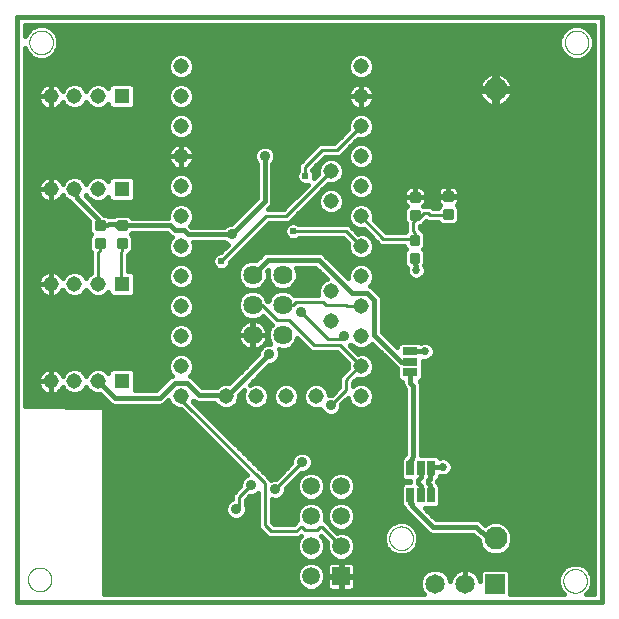
<source format=gbl>
G75*
%MOIN*%
%OFA0B0*%
%FSLAX25Y25*%
%IPPOS*%
%LPD*%
%AMOC8*
5,1,8,0,0,1.08239X$1,22.5*
%
%ADD10C,0.00000*%
%ADD11C,0.01600*%
%ADD12C,0.00875*%
%ADD13R,0.05150X0.05150*%
%ADD14C,0.05150*%
%ADD15C,0.07677*%
%ADD16C,0.06400*%
%ADD17R,0.06500X0.06500*%
%ADD18C,0.06500*%
%ADD19R,0.05937X0.05937*%
%ADD20C,0.05937*%
%ADD21R,0.02500X0.05000*%
%ADD22R,0.05000X0.02500*%
%ADD23R,0.03562X0.03562*%
%ADD24C,0.01000*%
%ADD25C,0.03562*%
%ADD26C,0.01500*%
%ADD27C,0.02700*%
%ADD28C,0.02400*%
D10*
X0005834Y0009308D02*
X0005836Y0009433D01*
X0005842Y0009558D01*
X0005852Y0009682D01*
X0005866Y0009806D01*
X0005883Y0009930D01*
X0005905Y0010053D01*
X0005931Y0010175D01*
X0005960Y0010297D01*
X0005993Y0010417D01*
X0006031Y0010536D01*
X0006071Y0010655D01*
X0006116Y0010771D01*
X0006164Y0010886D01*
X0006216Y0011000D01*
X0006272Y0011112D01*
X0006331Y0011222D01*
X0006393Y0011330D01*
X0006459Y0011437D01*
X0006528Y0011541D01*
X0006601Y0011642D01*
X0006676Y0011742D01*
X0006755Y0011839D01*
X0006837Y0011933D01*
X0006922Y0012025D01*
X0007009Y0012114D01*
X0007100Y0012200D01*
X0007193Y0012283D01*
X0007289Y0012364D01*
X0007387Y0012441D01*
X0007487Y0012515D01*
X0007590Y0012586D01*
X0007695Y0012653D01*
X0007803Y0012718D01*
X0007912Y0012778D01*
X0008023Y0012836D01*
X0008136Y0012889D01*
X0008250Y0012939D01*
X0008366Y0012986D01*
X0008483Y0013028D01*
X0008602Y0013067D01*
X0008722Y0013103D01*
X0008843Y0013134D01*
X0008965Y0013162D01*
X0009087Y0013185D01*
X0009211Y0013205D01*
X0009335Y0013221D01*
X0009459Y0013233D01*
X0009584Y0013241D01*
X0009709Y0013245D01*
X0009833Y0013245D01*
X0009958Y0013241D01*
X0010083Y0013233D01*
X0010207Y0013221D01*
X0010331Y0013205D01*
X0010455Y0013185D01*
X0010577Y0013162D01*
X0010699Y0013134D01*
X0010820Y0013103D01*
X0010940Y0013067D01*
X0011059Y0013028D01*
X0011176Y0012986D01*
X0011292Y0012939D01*
X0011406Y0012889D01*
X0011519Y0012836D01*
X0011630Y0012778D01*
X0011740Y0012718D01*
X0011847Y0012653D01*
X0011952Y0012586D01*
X0012055Y0012515D01*
X0012155Y0012441D01*
X0012253Y0012364D01*
X0012349Y0012283D01*
X0012442Y0012200D01*
X0012533Y0012114D01*
X0012620Y0012025D01*
X0012705Y0011933D01*
X0012787Y0011839D01*
X0012866Y0011742D01*
X0012941Y0011642D01*
X0013014Y0011541D01*
X0013083Y0011437D01*
X0013149Y0011330D01*
X0013211Y0011222D01*
X0013270Y0011112D01*
X0013326Y0011000D01*
X0013378Y0010886D01*
X0013426Y0010771D01*
X0013471Y0010655D01*
X0013511Y0010536D01*
X0013549Y0010417D01*
X0013582Y0010297D01*
X0013611Y0010175D01*
X0013637Y0010053D01*
X0013659Y0009930D01*
X0013676Y0009806D01*
X0013690Y0009682D01*
X0013700Y0009558D01*
X0013706Y0009433D01*
X0013708Y0009308D01*
X0013706Y0009183D01*
X0013700Y0009058D01*
X0013690Y0008934D01*
X0013676Y0008810D01*
X0013659Y0008686D01*
X0013637Y0008563D01*
X0013611Y0008441D01*
X0013582Y0008319D01*
X0013549Y0008199D01*
X0013511Y0008080D01*
X0013471Y0007961D01*
X0013426Y0007845D01*
X0013378Y0007730D01*
X0013326Y0007616D01*
X0013270Y0007504D01*
X0013211Y0007394D01*
X0013149Y0007286D01*
X0013083Y0007179D01*
X0013014Y0007075D01*
X0012941Y0006974D01*
X0012866Y0006874D01*
X0012787Y0006777D01*
X0012705Y0006683D01*
X0012620Y0006591D01*
X0012533Y0006502D01*
X0012442Y0006416D01*
X0012349Y0006333D01*
X0012253Y0006252D01*
X0012155Y0006175D01*
X0012055Y0006101D01*
X0011952Y0006030D01*
X0011847Y0005963D01*
X0011739Y0005898D01*
X0011630Y0005838D01*
X0011519Y0005780D01*
X0011406Y0005727D01*
X0011292Y0005677D01*
X0011176Y0005630D01*
X0011059Y0005588D01*
X0010940Y0005549D01*
X0010820Y0005513D01*
X0010699Y0005482D01*
X0010577Y0005454D01*
X0010455Y0005431D01*
X0010331Y0005411D01*
X0010207Y0005395D01*
X0010083Y0005383D01*
X0009958Y0005375D01*
X0009833Y0005371D01*
X0009709Y0005371D01*
X0009584Y0005375D01*
X0009459Y0005383D01*
X0009335Y0005395D01*
X0009211Y0005411D01*
X0009087Y0005431D01*
X0008965Y0005454D01*
X0008843Y0005482D01*
X0008722Y0005513D01*
X0008602Y0005549D01*
X0008483Y0005588D01*
X0008366Y0005630D01*
X0008250Y0005677D01*
X0008136Y0005727D01*
X0008023Y0005780D01*
X0007912Y0005838D01*
X0007802Y0005898D01*
X0007695Y0005963D01*
X0007590Y0006030D01*
X0007487Y0006101D01*
X0007387Y0006175D01*
X0007289Y0006252D01*
X0007193Y0006333D01*
X0007100Y0006416D01*
X0007009Y0006502D01*
X0006922Y0006591D01*
X0006837Y0006683D01*
X0006755Y0006777D01*
X0006676Y0006874D01*
X0006601Y0006974D01*
X0006528Y0007075D01*
X0006459Y0007179D01*
X0006393Y0007286D01*
X0006331Y0007394D01*
X0006272Y0007504D01*
X0006216Y0007616D01*
X0006164Y0007730D01*
X0006116Y0007845D01*
X0006071Y0007961D01*
X0006031Y0008080D01*
X0005993Y0008199D01*
X0005960Y0008319D01*
X0005931Y0008441D01*
X0005905Y0008563D01*
X0005883Y0008686D01*
X0005866Y0008810D01*
X0005852Y0008934D01*
X0005842Y0009058D01*
X0005836Y0009183D01*
X0005834Y0009308D01*
X0126315Y0023005D02*
X0126317Y0023130D01*
X0126323Y0023255D01*
X0126333Y0023379D01*
X0126347Y0023503D01*
X0126364Y0023627D01*
X0126386Y0023750D01*
X0126412Y0023872D01*
X0126441Y0023994D01*
X0126474Y0024114D01*
X0126512Y0024233D01*
X0126552Y0024352D01*
X0126597Y0024468D01*
X0126645Y0024583D01*
X0126697Y0024697D01*
X0126753Y0024809D01*
X0126812Y0024919D01*
X0126874Y0025027D01*
X0126940Y0025134D01*
X0127009Y0025238D01*
X0127082Y0025339D01*
X0127157Y0025439D01*
X0127236Y0025536D01*
X0127318Y0025630D01*
X0127403Y0025722D01*
X0127490Y0025811D01*
X0127581Y0025897D01*
X0127674Y0025980D01*
X0127770Y0026061D01*
X0127868Y0026138D01*
X0127968Y0026212D01*
X0128071Y0026283D01*
X0128176Y0026350D01*
X0128284Y0026415D01*
X0128393Y0026475D01*
X0128504Y0026533D01*
X0128617Y0026586D01*
X0128731Y0026636D01*
X0128847Y0026683D01*
X0128964Y0026725D01*
X0129083Y0026764D01*
X0129203Y0026800D01*
X0129324Y0026831D01*
X0129446Y0026859D01*
X0129568Y0026882D01*
X0129692Y0026902D01*
X0129816Y0026918D01*
X0129940Y0026930D01*
X0130065Y0026938D01*
X0130190Y0026942D01*
X0130314Y0026942D01*
X0130439Y0026938D01*
X0130564Y0026930D01*
X0130688Y0026918D01*
X0130812Y0026902D01*
X0130936Y0026882D01*
X0131058Y0026859D01*
X0131180Y0026831D01*
X0131301Y0026800D01*
X0131421Y0026764D01*
X0131540Y0026725D01*
X0131657Y0026683D01*
X0131773Y0026636D01*
X0131887Y0026586D01*
X0132000Y0026533D01*
X0132111Y0026475D01*
X0132221Y0026415D01*
X0132328Y0026350D01*
X0132433Y0026283D01*
X0132536Y0026212D01*
X0132636Y0026138D01*
X0132734Y0026061D01*
X0132830Y0025980D01*
X0132923Y0025897D01*
X0133014Y0025811D01*
X0133101Y0025722D01*
X0133186Y0025630D01*
X0133268Y0025536D01*
X0133347Y0025439D01*
X0133422Y0025339D01*
X0133495Y0025238D01*
X0133564Y0025134D01*
X0133630Y0025027D01*
X0133692Y0024919D01*
X0133751Y0024809D01*
X0133807Y0024697D01*
X0133859Y0024583D01*
X0133907Y0024468D01*
X0133952Y0024352D01*
X0133992Y0024233D01*
X0134030Y0024114D01*
X0134063Y0023994D01*
X0134092Y0023872D01*
X0134118Y0023750D01*
X0134140Y0023627D01*
X0134157Y0023503D01*
X0134171Y0023379D01*
X0134181Y0023255D01*
X0134187Y0023130D01*
X0134189Y0023005D01*
X0134187Y0022880D01*
X0134181Y0022755D01*
X0134171Y0022631D01*
X0134157Y0022507D01*
X0134140Y0022383D01*
X0134118Y0022260D01*
X0134092Y0022138D01*
X0134063Y0022016D01*
X0134030Y0021896D01*
X0133992Y0021777D01*
X0133952Y0021658D01*
X0133907Y0021542D01*
X0133859Y0021427D01*
X0133807Y0021313D01*
X0133751Y0021201D01*
X0133692Y0021091D01*
X0133630Y0020983D01*
X0133564Y0020876D01*
X0133495Y0020772D01*
X0133422Y0020671D01*
X0133347Y0020571D01*
X0133268Y0020474D01*
X0133186Y0020380D01*
X0133101Y0020288D01*
X0133014Y0020199D01*
X0132923Y0020113D01*
X0132830Y0020030D01*
X0132734Y0019949D01*
X0132636Y0019872D01*
X0132536Y0019798D01*
X0132433Y0019727D01*
X0132328Y0019660D01*
X0132220Y0019595D01*
X0132111Y0019535D01*
X0132000Y0019477D01*
X0131887Y0019424D01*
X0131773Y0019374D01*
X0131657Y0019327D01*
X0131540Y0019285D01*
X0131421Y0019246D01*
X0131301Y0019210D01*
X0131180Y0019179D01*
X0131058Y0019151D01*
X0130936Y0019128D01*
X0130812Y0019108D01*
X0130688Y0019092D01*
X0130564Y0019080D01*
X0130439Y0019072D01*
X0130314Y0019068D01*
X0130190Y0019068D01*
X0130065Y0019072D01*
X0129940Y0019080D01*
X0129816Y0019092D01*
X0129692Y0019108D01*
X0129568Y0019128D01*
X0129446Y0019151D01*
X0129324Y0019179D01*
X0129203Y0019210D01*
X0129083Y0019246D01*
X0128964Y0019285D01*
X0128847Y0019327D01*
X0128731Y0019374D01*
X0128617Y0019424D01*
X0128504Y0019477D01*
X0128393Y0019535D01*
X0128283Y0019595D01*
X0128176Y0019660D01*
X0128071Y0019727D01*
X0127968Y0019798D01*
X0127868Y0019872D01*
X0127770Y0019949D01*
X0127674Y0020030D01*
X0127581Y0020113D01*
X0127490Y0020199D01*
X0127403Y0020288D01*
X0127318Y0020380D01*
X0127236Y0020474D01*
X0127157Y0020571D01*
X0127082Y0020671D01*
X0127009Y0020772D01*
X0126940Y0020876D01*
X0126874Y0020983D01*
X0126812Y0021091D01*
X0126753Y0021201D01*
X0126697Y0021313D01*
X0126645Y0021427D01*
X0126597Y0021542D01*
X0126552Y0021658D01*
X0126512Y0021777D01*
X0126474Y0021896D01*
X0126441Y0022016D01*
X0126412Y0022138D01*
X0126386Y0022260D01*
X0126364Y0022383D01*
X0126347Y0022507D01*
X0126333Y0022631D01*
X0126323Y0022755D01*
X0126317Y0022880D01*
X0126315Y0023005D01*
X0184319Y0008800D02*
X0184321Y0008925D01*
X0184327Y0009050D01*
X0184337Y0009174D01*
X0184351Y0009298D01*
X0184368Y0009422D01*
X0184390Y0009545D01*
X0184416Y0009667D01*
X0184445Y0009789D01*
X0184478Y0009909D01*
X0184516Y0010028D01*
X0184556Y0010147D01*
X0184601Y0010263D01*
X0184649Y0010378D01*
X0184701Y0010492D01*
X0184757Y0010604D01*
X0184816Y0010714D01*
X0184878Y0010822D01*
X0184944Y0010929D01*
X0185013Y0011033D01*
X0185086Y0011134D01*
X0185161Y0011234D01*
X0185240Y0011331D01*
X0185322Y0011425D01*
X0185407Y0011517D01*
X0185494Y0011606D01*
X0185585Y0011692D01*
X0185678Y0011775D01*
X0185774Y0011856D01*
X0185872Y0011933D01*
X0185972Y0012007D01*
X0186075Y0012078D01*
X0186180Y0012145D01*
X0186288Y0012210D01*
X0186397Y0012270D01*
X0186508Y0012328D01*
X0186621Y0012381D01*
X0186735Y0012431D01*
X0186851Y0012478D01*
X0186968Y0012520D01*
X0187087Y0012559D01*
X0187207Y0012595D01*
X0187328Y0012626D01*
X0187450Y0012654D01*
X0187572Y0012677D01*
X0187696Y0012697D01*
X0187820Y0012713D01*
X0187944Y0012725D01*
X0188069Y0012733D01*
X0188194Y0012737D01*
X0188318Y0012737D01*
X0188443Y0012733D01*
X0188568Y0012725D01*
X0188692Y0012713D01*
X0188816Y0012697D01*
X0188940Y0012677D01*
X0189062Y0012654D01*
X0189184Y0012626D01*
X0189305Y0012595D01*
X0189425Y0012559D01*
X0189544Y0012520D01*
X0189661Y0012478D01*
X0189777Y0012431D01*
X0189891Y0012381D01*
X0190004Y0012328D01*
X0190115Y0012270D01*
X0190225Y0012210D01*
X0190332Y0012145D01*
X0190437Y0012078D01*
X0190540Y0012007D01*
X0190640Y0011933D01*
X0190738Y0011856D01*
X0190834Y0011775D01*
X0190927Y0011692D01*
X0191018Y0011606D01*
X0191105Y0011517D01*
X0191190Y0011425D01*
X0191272Y0011331D01*
X0191351Y0011234D01*
X0191426Y0011134D01*
X0191499Y0011033D01*
X0191568Y0010929D01*
X0191634Y0010822D01*
X0191696Y0010714D01*
X0191755Y0010604D01*
X0191811Y0010492D01*
X0191863Y0010378D01*
X0191911Y0010263D01*
X0191956Y0010147D01*
X0191996Y0010028D01*
X0192034Y0009909D01*
X0192067Y0009789D01*
X0192096Y0009667D01*
X0192122Y0009545D01*
X0192144Y0009422D01*
X0192161Y0009298D01*
X0192175Y0009174D01*
X0192185Y0009050D01*
X0192191Y0008925D01*
X0192193Y0008800D01*
X0192191Y0008675D01*
X0192185Y0008550D01*
X0192175Y0008426D01*
X0192161Y0008302D01*
X0192144Y0008178D01*
X0192122Y0008055D01*
X0192096Y0007933D01*
X0192067Y0007811D01*
X0192034Y0007691D01*
X0191996Y0007572D01*
X0191956Y0007453D01*
X0191911Y0007337D01*
X0191863Y0007222D01*
X0191811Y0007108D01*
X0191755Y0006996D01*
X0191696Y0006886D01*
X0191634Y0006778D01*
X0191568Y0006671D01*
X0191499Y0006567D01*
X0191426Y0006466D01*
X0191351Y0006366D01*
X0191272Y0006269D01*
X0191190Y0006175D01*
X0191105Y0006083D01*
X0191018Y0005994D01*
X0190927Y0005908D01*
X0190834Y0005825D01*
X0190738Y0005744D01*
X0190640Y0005667D01*
X0190540Y0005593D01*
X0190437Y0005522D01*
X0190332Y0005455D01*
X0190224Y0005390D01*
X0190115Y0005330D01*
X0190004Y0005272D01*
X0189891Y0005219D01*
X0189777Y0005169D01*
X0189661Y0005122D01*
X0189544Y0005080D01*
X0189425Y0005041D01*
X0189305Y0005005D01*
X0189184Y0004974D01*
X0189062Y0004946D01*
X0188940Y0004923D01*
X0188816Y0004903D01*
X0188692Y0004887D01*
X0188568Y0004875D01*
X0188443Y0004867D01*
X0188318Y0004863D01*
X0188194Y0004863D01*
X0188069Y0004867D01*
X0187944Y0004875D01*
X0187820Y0004887D01*
X0187696Y0004903D01*
X0187572Y0004923D01*
X0187450Y0004946D01*
X0187328Y0004974D01*
X0187207Y0005005D01*
X0187087Y0005041D01*
X0186968Y0005080D01*
X0186851Y0005122D01*
X0186735Y0005169D01*
X0186621Y0005219D01*
X0186508Y0005272D01*
X0186397Y0005330D01*
X0186287Y0005390D01*
X0186180Y0005455D01*
X0186075Y0005522D01*
X0185972Y0005593D01*
X0185872Y0005667D01*
X0185774Y0005744D01*
X0185678Y0005825D01*
X0185585Y0005908D01*
X0185494Y0005994D01*
X0185407Y0006083D01*
X0185322Y0006175D01*
X0185240Y0006269D01*
X0185161Y0006366D01*
X0185086Y0006466D01*
X0185013Y0006567D01*
X0184944Y0006671D01*
X0184878Y0006778D01*
X0184816Y0006886D01*
X0184757Y0006996D01*
X0184701Y0007108D01*
X0184649Y0007222D01*
X0184601Y0007337D01*
X0184556Y0007453D01*
X0184516Y0007572D01*
X0184478Y0007691D01*
X0184445Y0007811D01*
X0184416Y0007933D01*
X0184390Y0008055D01*
X0184368Y0008178D01*
X0184351Y0008302D01*
X0184337Y0008426D01*
X0184327Y0008550D01*
X0184321Y0008675D01*
X0184319Y0008800D01*
X0184834Y0188308D02*
X0184836Y0188433D01*
X0184842Y0188558D01*
X0184852Y0188682D01*
X0184866Y0188806D01*
X0184883Y0188930D01*
X0184905Y0189053D01*
X0184931Y0189175D01*
X0184960Y0189297D01*
X0184993Y0189417D01*
X0185031Y0189536D01*
X0185071Y0189655D01*
X0185116Y0189771D01*
X0185164Y0189886D01*
X0185216Y0190000D01*
X0185272Y0190112D01*
X0185331Y0190222D01*
X0185393Y0190330D01*
X0185459Y0190437D01*
X0185528Y0190541D01*
X0185601Y0190642D01*
X0185676Y0190742D01*
X0185755Y0190839D01*
X0185837Y0190933D01*
X0185922Y0191025D01*
X0186009Y0191114D01*
X0186100Y0191200D01*
X0186193Y0191283D01*
X0186289Y0191364D01*
X0186387Y0191441D01*
X0186487Y0191515D01*
X0186590Y0191586D01*
X0186695Y0191653D01*
X0186803Y0191718D01*
X0186912Y0191778D01*
X0187023Y0191836D01*
X0187136Y0191889D01*
X0187250Y0191939D01*
X0187366Y0191986D01*
X0187483Y0192028D01*
X0187602Y0192067D01*
X0187722Y0192103D01*
X0187843Y0192134D01*
X0187965Y0192162D01*
X0188087Y0192185D01*
X0188211Y0192205D01*
X0188335Y0192221D01*
X0188459Y0192233D01*
X0188584Y0192241D01*
X0188709Y0192245D01*
X0188833Y0192245D01*
X0188958Y0192241D01*
X0189083Y0192233D01*
X0189207Y0192221D01*
X0189331Y0192205D01*
X0189455Y0192185D01*
X0189577Y0192162D01*
X0189699Y0192134D01*
X0189820Y0192103D01*
X0189940Y0192067D01*
X0190059Y0192028D01*
X0190176Y0191986D01*
X0190292Y0191939D01*
X0190406Y0191889D01*
X0190519Y0191836D01*
X0190630Y0191778D01*
X0190740Y0191718D01*
X0190847Y0191653D01*
X0190952Y0191586D01*
X0191055Y0191515D01*
X0191155Y0191441D01*
X0191253Y0191364D01*
X0191349Y0191283D01*
X0191442Y0191200D01*
X0191533Y0191114D01*
X0191620Y0191025D01*
X0191705Y0190933D01*
X0191787Y0190839D01*
X0191866Y0190742D01*
X0191941Y0190642D01*
X0192014Y0190541D01*
X0192083Y0190437D01*
X0192149Y0190330D01*
X0192211Y0190222D01*
X0192270Y0190112D01*
X0192326Y0190000D01*
X0192378Y0189886D01*
X0192426Y0189771D01*
X0192471Y0189655D01*
X0192511Y0189536D01*
X0192549Y0189417D01*
X0192582Y0189297D01*
X0192611Y0189175D01*
X0192637Y0189053D01*
X0192659Y0188930D01*
X0192676Y0188806D01*
X0192690Y0188682D01*
X0192700Y0188558D01*
X0192706Y0188433D01*
X0192708Y0188308D01*
X0192706Y0188183D01*
X0192700Y0188058D01*
X0192690Y0187934D01*
X0192676Y0187810D01*
X0192659Y0187686D01*
X0192637Y0187563D01*
X0192611Y0187441D01*
X0192582Y0187319D01*
X0192549Y0187199D01*
X0192511Y0187080D01*
X0192471Y0186961D01*
X0192426Y0186845D01*
X0192378Y0186730D01*
X0192326Y0186616D01*
X0192270Y0186504D01*
X0192211Y0186394D01*
X0192149Y0186286D01*
X0192083Y0186179D01*
X0192014Y0186075D01*
X0191941Y0185974D01*
X0191866Y0185874D01*
X0191787Y0185777D01*
X0191705Y0185683D01*
X0191620Y0185591D01*
X0191533Y0185502D01*
X0191442Y0185416D01*
X0191349Y0185333D01*
X0191253Y0185252D01*
X0191155Y0185175D01*
X0191055Y0185101D01*
X0190952Y0185030D01*
X0190847Y0184963D01*
X0190739Y0184898D01*
X0190630Y0184838D01*
X0190519Y0184780D01*
X0190406Y0184727D01*
X0190292Y0184677D01*
X0190176Y0184630D01*
X0190059Y0184588D01*
X0189940Y0184549D01*
X0189820Y0184513D01*
X0189699Y0184482D01*
X0189577Y0184454D01*
X0189455Y0184431D01*
X0189331Y0184411D01*
X0189207Y0184395D01*
X0189083Y0184383D01*
X0188958Y0184375D01*
X0188833Y0184371D01*
X0188709Y0184371D01*
X0188584Y0184375D01*
X0188459Y0184383D01*
X0188335Y0184395D01*
X0188211Y0184411D01*
X0188087Y0184431D01*
X0187965Y0184454D01*
X0187843Y0184482D01*
X0187722Y0184513D01*
X0187602Y0184549D01*
X0187483Y0184588D01*
X0187366Y0184630D01*
X0187250Y0184677D01*
X0187136Y0184727D01*
X0187023Y0184780D01*
X0186912Y0184838D01*
X0186802Y0184898D01*
X0186695Y0184963D01*
X0186590Y0185030D01*
X0186487Y0185101D01*
X0186387Y0185175D01*
X0186289Y0185252D01*
X0186193Y0185333D01*
X0186100Y0185416D01*
X0186009Y0185502D01*
X0185922Y0185591D01*
X0185837Y0185683D01*
X0185755Y0185777D01*
X0185676Y0185874D01*
X0185601Y0185974D01*
X0185528Y0186075D01*
X0185459Y0186179D01*
X0185393Y0186286D01*
X0185331Y0186394D01*
X0185272Y0186504D01*
X0185216Y0186616D01*
X0185164Y0186730D01*
X0185116Y0186845D01*
X0185071Y0186961D01*
X0185031Y0187080D01*
X0184993Y0187199D01*
X0184960Y0187319D01*
X0184931Y0187441D01*
X0184905Y0187563D01*
X0184883Y0187686D01*
X0184866Y0187810D01*
X0184852Y0187934D01*
X0184842Y0188058D01*
X0184836Y0188183D01*
X0184834Y0188308D01*
X0006334Y0188308D02*
X0006336Y0188433D01*
X0006342Y0188558D01*
X0006352Y0188682D01*
X0006366Y0188806D01*
X0006383Y0188930D01*
X0006405Y0189053D01*
X0006431Y0189175D01*
X0006460Y0189297D01*
X0006493Y0189417D01*
X0006531Y0189536D01*
X0006571Y0189655D01*
X0006616Y0189771D01*
X0006664Y0189886D01*
X0006716Y0190000D01*
X0006772Y0190112D01*
X0006831Y0190222D01*
X0006893Y0190330D01*
X0006959Y0190437D01*
X0007028Y0190541D01*
X0007101Y0190642D01*
X0007176Y0190742D01*
X0007255Y0190839D01*
X0007337Y0190933D01*
X0007422Y0191025D01*
X0007509Y0191114D01*
X0007600Y0191200D01*
X0007693Y0191283D01*
X0007789Y0191364D01*
X0007887Y0191441D01*
X0007987Y0191515D01*
X0008090Y0191586D01*
X0008195Y0191653D01*
X0008303Y0191718D01*
X0008412Y0191778D01*
X0008523Y0191836D01*
X0008636Y0191889D01*
X0008750Y0191939D01*
X0008866Y0191986D01*
X0008983Y0192028D01*
X0009102Y0192067D01*
X0009222Y0192103D01*
X0009343Y0192134D01*
X0009465Y0192162D01*
X0009587Y0192185D01*
X0009711Y0192205D01*
X0009835Y0192221D01*
X0009959Y0192233D01*
X0010084Y0192241D01*
X0010209Y0192245D01*
X0010333Y0192245D01*
X0010458Y0192241D01*
X0010583Y0192233D01*
X0010707Y0192221D01*
X0010831Y0192205D01*
X0010955Y0192185D01*
X0011077Y0192162D01*
X0011199Y0192134D01*
X0011320Y0192103D01*
X0011440Y0192067D01*
X0011559Y0192028D01*
X0011676Y0191986D01*
X0011792Y0191939D01*
X0011906Y0191889D01*
X0012019Y0191836D01*
X0012130Y0191778D01*
X0012240Y0191718D01*
X0012347Y0191653D01*
X0012452Y0191586D01*
X0012555Y0191515D01*
X0012655Y0191441D01*
X0012753Y0191364D01*
X0012849Y0191283D01*
X0012942Y0191200D01*
X0013033Y0191114D01*
X0013120Y0191025D01*
X0013205Y0190933D01*
X0013287Y0190839D01*
X0013366Y0190742D01*
X0013441Y0190642D01*
X0013514Y0190541D01*
X0013583Y0190437D01*
X0013649Y0190330D01*
X0013711Y0190222D01*
X0013770Y0190112D01*
X0013826Y0190000D01*
X0013878Y0189886D01*
X0013926Y0189771D01*
X0013971Y0189655D01*
X0014011Y0189536D01*
X0014049Y0189417D01*
X0014082Y0189297D01*
X0014111Y0189175D01*
X0014137Y0189053D01*
X0014159Y0188930D01*
X0014176Y0188806D01*
X0014190Y0188682D01*
X0014200Y0188558D01*
X0014206Y0188433D01*
X0014208Y0188308D01*
X0014206Y0188183D01*
X0014200Y0188058D01*
X0014190Y0187934D01*
X0014176Y0187810D01*
X0014159Y0187686D01*
X0014137Y0187563D01*
X0014111Y0187441D01*
X0014082Y0187319D01*
X0014049Y0187199D01*
X0014011Y0187080D01*
X0013971Y0186961D01*
X0013926Y0186845D01*
X0013878Y0186730D01*
X0013826Y0186616D01*
X0013770Y0186504D01*
X0013711Y0186394D01*
X0013649Y0186286D01*
X0013583Y0186179D01*
X0013514Y0186075D01*
X0013441Y0185974D01*
X0013366Y0185874D01*
X0013287Y0185777D01*
X0013205Y0185683D01*
X0013120Y0185591D01*
X0013033Y0185502D01*
X0012942Y0185416D01*
X0012849Y0185333D01*
X0012753Y0185252D01*
X0012655Y0185175D01*
X0012555Y0185101D01*
X0012452Y0185030D01*
X0012347Y0184963D01*
X0012239Y0184898D01*
X0012130Y0184838D01*
X0012019Y0184780D01*
X0011906Y0184727D01*
X0011792Y0184677D01*
X0011676Y0184630D01*
X0011559Y0184588D01*
X0011440Y0184549D01*
X0011320Y0184513D01*
X0011199Y0184482D01*
X0011077Y0184454D01*
X0010955Y0184431D01*
X0010831Y0184411D01*
X0010707Y0184395D01*
X0010583Y0184383D01*
X0010458Y0184375D01*
X0010333Y0184371D01*
X0010209Y0184371D01*
X0010084Y0184375D01*
X0009959Y0184383D01*
X0009835Y0184395D01*
X0009711Y0184411D01*
X0009587Y0184431D01*
X0009465Y0184454D01*
X0009343Y0184482D01*
X0009222Y0184513D01*
X0009102Y0184549D01*
X0008983Y0184588D01*
X0008866Y0184630D01*
X0008750Y0184677D01*
X0008636Y0184727D01*
X0008523Y0184780D01*
X0008412Y0184838D01*
X0008302Y0184898D01*
X0008195Y0184963D01*
X0008090Y0185030D01*
X0007987Y0185101D01*
X0007887Y0185175D01*
X0007789Y0185252D01*
X0007693Y0185333D01*
X0007600Y0185416D01*
X0007509Y0185502D01*
X0007422Y0185591D01*
X0007337Y0185683D01*
X0007255Y0185777D01*
X0007176Y0185874D01*
X0007101Y0185974D01*
X0007028Y0186075D01*
X0006959Y0186179D01*
X0006893Y0186286D01*
X0006831Y0186394D01*
X0006772Y0186504D01*
X0006716Y0186616D01*
X0006664Y0186730D01*
X0006616Y0186845D01*
X0006571Y0186961D01*
X0006531Y0187080D01*
X0006493Y0187199D01*
X0006460Y0187319D01*
X0006431Y0187441D01*
X0006405Y0187563D01*
X0006383Y0187686D01*
X0006366Y0187810D01*
X0006352Y0187934D01*
X0006342Y0188058D01*
X0006336Y0188183D01*
X0006334Y0188308D01*
D11*
X0002271Y0001808D02*
X0197122Y0001808D01*
X0197122Y0196658D01*
X0002271Y0196658D01*
X0002271Y0001808D01*
X0031267Y0004408D02*
X0031267Y0066769D01*
X0004871Y0067224D01*
X0004871Y0186353D01*
X0005408Y0185058D01*
X0007022Y0183444D01*
X0009130Y0182571D01*
X0011412Y0182571D01*
X0013521Y0183444D01*
X0015135Y0185058D01*
X0016008Y0187167D01*
X0016008Y0189449D01*
X0015135Y0191558D01*
X0013521Y0193171D01*
X0011412Y0194045D01*
X0009130Y0194045D01*
X0007022Y0193171D01*
X0005408Y0191558D01*
X0004871Y0190263D01*
X0004871Y0194058D01*
X0194522Y0194058D01*
X0194522Y0004408D01*
X0191977Y0004408D01*
X0193119Y0005550D01*
X0193993Y0007659D01*
X0193993Y0009941D01*
X0193119Y0012050D01*
X0191505Y0013664D01*
X0189397Y0014537D01*
X0187114Y0014537D01*
X0185006Y0013664D01*
X0183392Y0012050D01*
X0182519Y0009941D01*
X0182519Y0007659D01*
X0183392Y0005550D01*
X0184534Y0004408D01*
X0166632Y0004408D01*
X0166632Y0011811D01*
X0165578Y0012866D01*
X0157587Y0012866D01*
X0156532Y0011811D01*
X0156532Y0008844D01*
X0156508Y0008998D01*
X0156262Y0009754D01*
X0155901Y0010463D01*
X0155434Y0011106D01*
X0154872Y0011668D01*
X0154229Y0012135D01*
X0153521Y0012496D01*
X0152765Y0012741D01*
X0151980Y0012866D01*
X0151657Y0012866D01*
X0151657Y0007891D01*
X0151507Y0007891D01*
X0151507Y0012866D01*
X0151185Y0012866D01*
X0150400Y0012741D01*
X0149644Y0012496D01*
X0148935Y0012135D01*
X0148292Y0011668D01*
X0147730Y0011106D01*
X0147263Y0010463D01*
X0146902Y0009754D01*
X0146657Y0008998D01*
X0146629Y0008827D01*
X0145863Y0010676D01*
X0144443Y0012097D01*
X0142587Y0012866D01*
X0140578Y0012866D01*
X0138722Y0012097D01*
X0137301Y0010676D01*
X0136532Y0008820D01*
X0136532Y0006811D01*
X0137301Y0004955D01*
X0137848Y0004408D01*
X0031267Y0004408D01*
X0031267Y0005005D02*
X0137280Y0005005D01*
X0136618Y0006603D02*
X0114893Y0006603D01*
X0114917Y0006645D02*
X0115040Y0007102D01*
X0115040Y0010124D01*
X0110456Y0010124D01*
X0110456Y0010492D01*
X0115040Y0010492D01*
X0115040Y0013513D01*
X0114917Y0013971D01*
X0114680Y0014382D01*
X0114345Y0014717D01*
X0113935Y0014954D01*
X0113477Y0015076D01*
X0110456Y0015076D01*
X0110456Y0010492D01*
X0110087Y0010492D01*
X0110087Y0010124D01*
X0105503Y0010124D01*
X0105503Y0007102D01*
X0105625Y0006645D01*
X0105862Y0006234D01*
X0106198Y0005899D01*
X0106608Y0005662D01*
X0107066Y0005539D01*
X0110087Y0005539D01*
X0110087Y0010124D01*
X0110456Y0010124D01*
X0110456Y0005539D01*
X0113477Y0005539D01*
X0113935Y0005662D01*
X0114345Y0005899D01*
X0114680Y0006234D01*
X0114917Y0006645D01*
X0115040Y0008202D02*
X0136532Y0008202D01*
X0136938Y0009800D02*
X0115040Y0009800D01*
X0115040Y0011399D02*
X0138024Y0011399D01*
X0145141Y0011399D02*
X0148024Y0011399D01*
X0146926Y0009800D02*
X0146226Y0009800D01*
X0151507Y0009800D02*
X0151657Y0009800D01*
X0151657Y0008202D02*
X0151507Y0008202D01*
X0151507Y0011399D02*
X0151657Y0011399D01*
X0155141Y0011399D02*
X0156532Y0011399D01*
X0156532Y0009800D02*
X0156239Y0009800D01*
X0159596Y0017793D02*
X0132661Y0017793D01*
X0133501Y0018141D02*
X0131393Y0017268D01*
X0129110Y0017268D01*
X0127002Y0018141D01*
X0125388Y0019755D01*
X0124515Y0021864D01*
X0124515Y0024146D01*
X0125388Y0026254D01*
X0127002Y0027868D01*
X0129110Y0028742D01*
X0131393Y0028742D01*
X0133501Y0027868D01*
X0135115Y0026254D01*
X0135989Y0024146D01*
X0135989Y0021864D01*
X0135115Y0019755D01*
X0133501Y0018141D01*
X0134752Y0019391D02*
X0157387Y0019391D01*
X0156967Y0019811D02*
X0158554Y0018225D01*
X0160626Y0017366D01*
X0162869Y0017366D01*
X0164942Y0018225D01*
X0166528Y0019811D01*
X0167386Y0021883D01*
X0167386Y0024126D01*
X0166528Y0026199D01*
X0164942Y0027785D01*
X0162869Y0028643D01*
X0160626Y0028643D01*
X0158554Y0027785D01*
X0158227Y0027458D01*
X0156716Y0028970D01*
X0155778Y0029358D01*
X0141827Y0029358D01*
X0138177Y0033008D01*
X0142267Y0033008D01*
X0143321Y0034062D01*
X0143321Y0040553D01*
X0142267Y0041608D01*
X0142200Y0041608D01*
X0142117Y0041808D01*
X0142200Y0042008D01*
X0142267Y0042008D01*
X0143321Y0043062D01*
X0143321Y0043792D01*
X0143645Y0043658D01*
X0144898Y0043658D01*
X0146056Y0044137D01*
X0146942Y0045024D01*
X0147421Y0046181D01*
X0147421Y0047434D01*
X0146942Y0048592D01*
X0146056Y0049478D01*
X0144898Y0049958D01*
X0143645Y0049958D01*
X0143130Y0049745D01*
X0142267Y0050608D01*
X0136821Y0050608D01*
X0136821Y0074315D01*
X0136433Y0075252D01*
X0136427Y0075258D01*
X0136517Y0075258D01*
X0137571Y0076312D01*
X0137571Y0082188D01*
X0137645Y0082158D01*
X0138898Y0082158D01*
X0140056Y0082637D01*
X0140942Y0083524D01*
X0141421Y0084681D01*
X0141421Y0085934D01*
X0140942Y0087092D01*
X0140056Y0087978D01*
X0138898Y0088458D01*
X0137645Y0088458D01*
X0136776Y0088098D01*
X0136517Y0088358D01*
X0130026Y0088358D01*
X0128971Y0087303D01*
X0128971Y0086785D01*
X0123871Y0091885D01*
X0123871Y0102825D01*
X0123475Y0103781D01*
X0120975Y0106281D01*
X0120244Y0107012D01*
X0119913Y0107149D01*
X0120594Y0107830D01*
X0121260Y0109438D01*
X0121260Y0111178D01*
X0120594Y0112786D01*
X0119364Y0114017D01*
X0117756Y0114683D01*
X0116015Y0114683D01*
X0114407Y0114017D01*
X0113177Y0112786D01*
X0112511Y0111178D01*
X0112511Y0109745D01*
X0104975Y0117281D01*
X0104244Y0118012D01*
X0103288Y0118408D01*
X0085254Y0118408D01*
X0084298Y0118012D01*
X0081998Y0115712D01*
X0081766Y0115808D01*
X0079777Y0115808D01*
X0077939Y0115047D01*
X0076532Y0113640D01*
X0075771Y0111802D01*
X0075771Y0109813D01*
X0076532Y0107976D01*
X0077939Y0106569D01*
X0079777Y0105808D01*
X0081766Y0105808D01*
X0079777Y0105808D01*
X0077939Y0105047D01*
X0076532Y0103640D01*
X0075771Y0101802D01*
X0075771Y0099813D01*
X0076532Y0097976D01*
X0077939Y0096569D01*
X0079777Y0095808D01*
X0081766Y0095808D01*
X0083604Y0096569D01*
X0084180Y0097146D01*
X0086471Y0094855D01*
X0087109Y0094217D01*
X0086532Y0093640D01*
X0085771Y0091802D01*
X0085771Y0089813D01*
X0086532Y0087976D01*
X0086619Y0087889D01*
X0085559Y0087889D01*
X0084474Y0087440D01*
X0084585Y0087551D01*
X0085048Y0088187D01*
X0085405Y0088889D01*
X0085648Y0089637D01*
X0085771Y0090414D01*
X0085771Y0090722D01*
X0080857Y0090722D01*
X0080857Y0085808D01*
X0081165Y0085808D01*
X0081942Y0085931D01*
X0082691Y0086174D01*
X0083392Y0086531D01*
X0083533Y0086634D01*
X0083235Y0086336D01*
X0082690Y0085020D01*
X0082690Y0084404D01*
X0072907Y0074620D01*
X0072756Y0074683D01*
X0071015Y0074683D01*
X0069407Y0074017D01*
X0068799Y0073408D01*
X0063848Y0073408D01*
X0060244Y0077012D01*
X0059913Y0077149D01*
X0060594Y0077830D01*
X0061260Y0079438D01*
X0061260Y0081178D01*
X0060594Y0082786D01*
X0059364Y0084017D01*
X0057756Y0084683D01*
X0056015Y0084683D01*
X0054407Y0084017D01*
X0053177Y0082786D01*
X0052511Y0081178D01*
X0052511Y0079438D01*
X0053177Y0077830D01*
X0053791Y0077216D01*
X0053298Y0077012D01*
X0052567Y0076281D01*
X0048694Y0072408D01*
X0041457Y0072408D01*
X0041457Y0078628D01*
X0040403Y0079683D01*
X0033762Y0079683D01*
X0032707Y0078628D01*
X0032707Y0077996D01*
X0031686Y0079017D01*
X0030078Y0079683D01*
X0028338Y0079683D01*
X0026730Y0079017D01*
X0025499Y0077786D01*
X0025271Y0077235D01*
X0025043Y0077786D01*
X0023812Y0079017D01*
X0022204Y0079683D01*
X0020464Y0079683D01*
X0018856Y0079017D01*
X0017625Y0077786D01*
X0017393Y0077225D01*
X0017202Y0077601D01*
X0016797Y0078158D01*
X0016310Y0078645D01*
X0015753Y0079050D01*
X0015140Y0079362D01*
X0014485Y0079575D01*
X0013805Y0079683D01*
X0013460Y0079683D01*
X0013116Y0079683D01*
X0012436Y0079575D01*
X0011781Y0079362D01*
X0011167Y0079050D01*
X0010610Y0078645D01*
X0010123Y0078158D01*
X0009719Y0077601D01*
X0009406Y0076987D01*
X0009193Y0076332D01*
X0009085Y0075652D01*
X0009085Y0075308D01*
X0013460Y0075308D01*
X0013460Y0075308D01*
X0013460Y0079683D01*
X0013460Y0075308D01*
X0013460Y0075308D01*
X0009085Y0075308D01*
X0009085Y0074964D01*
X0009193Y0074283D01*
X0009406Y0073629D01*
X0009719Y0073015D01*
X0010123Y0072458D01*
X0010610Y0071971D01*
X0011167Y0071566D01*
X0011781Y0071254D01*
X0012436Y0071041D01*
X0013116Y0070933D01*
X0013460Y0070933D01*
X0013460Y0075308D01*
X0013460Y0075308D01*
X0013460Y0070933D01*
X0013805Y0070933D01*
X0014485Y0071041D01*
X0015140Y0071254D01*
X0015753Y0071566D01*
X0016310Y0071971D01*
X0016797Y0072458D01*
X0017202Y0073015D01*
X0017393Y0073390D01*
X0017625Y0072830D01*
X0018856Y0071599D01*
X0020464Y0070933D01*
X0022204Y0070933D01*
X0023812Y0071599D01*
X0025043Y0072830D01*
X0025271Y0073381D01*
X0025499Y0072830D01*
X0026730Y0071599D01*
X0028338Y0070933D01*
X0029969Y0070933D01*
X0032567Y0068335D01*
X0033298Y0067604D01*
X0034254Y0067208D01*
X0050288Y0067208D01*
X0051244Y0067604D01*
X0052677Y0069036D01*
X0053177Y0067830D01*
X0054407Y0066599D01*
X0056015Y0065933D01*
X0056893Y0065933D01*
X0078766Y0044060D01*
X0078243Y0043844D01*
X0077235Y0042836D01*
X0076690Y0041520D01*
X0076690Y0040479D01*
X0073971Y0037761D01*
X0073971Y0036146D01*
X0073243Y0035844D01*
X0072235Y0034836D01*
X0071690Y0033520D01*
X0071690Y0032096D01*
X0072235Y0030779D01*
X0073243Y0029772D01*
X0074559Y0029227D01*
X0075984Y0029227D01*
X0077300Y0029772D01*
X0078307Y0030779D01*
X0078852Y0032096D01*
X0078852Y0033520D01*
X0078571Y0034199D01*
X0078571Y0035855D01*
X0079943Y0037227D01*
X0080984Y0037227D01*
X0082300Y0037772D01*
X0082471Y0037943D01*
X0082471Y0026355D01*
X0084471Y0024355D01*
X0085819Y0023008D01*
X0096224Y0023008D01*
X0097021Y0023805D01*
X0097023Y0023803D01*
X0096229Y0023009D01*
X0095503Y0021256D01*
X0095503Y0019359D01*
X0096229Y0017607D01*
X0097570Y0016265D01*
X0099323Y0015539D01*
X0101220Y0015539D01*
X0102972Y0016265D01*
X0104314Y0017607D01*
X0105040Y0019359D01*
X0105040Y0021256D01*
X0104314Y0023009D01*
X0103519Y0023803D01*
X0103521Y0023805D01*
X0105669Y0021658D01*
X0105503Y0021256D01*
X0105503Y0019359D01*
X0106229Y0017607D01*
X0107570Y0016265D01*
X0109323Y0015539D01*
X0111220Y0015539D01*
X0112972Y0016265D01*
X0114314Y0017607D01*
X0115040Y0019359D01*
X0115040Y0021256D01*
X0114314Y0023009D01*
X0112972Y0024350D01*
X0111220Y0025076D01*
X0109323Y0025076D01*
X0108922Y0024910D01*
X0104874Y0028958D01*
X0105040Y0029359D01*
X0105040Y0031256D01*
X0104314Y0033009D01*
X0102972Y0034350D01*
X0101220Y0035076D01*
X0099323Y0035076D01*
X0097570Y0034350D01*
X0096229Y0033009D01*
X0095503Y0031256D01*
X0095503Y0029359D01*
X0095669Y0028958D01*
X0094471Y0027761D01*
X0094319Y0027608D01*
X0087724Y0027608D01*
X0087071Y0028261D01*
X0087071Y0035929D01*
X0087559Y0035727D01*
X0088984Y0035727D01*
X0090300Y0036272D01*
X0091307Y0037279D01*
X0091852Y0038596D01*
X0091852Y0039636D01*
X0096943Y0044727D01*
X0097984Y0044727D01*
X0099300Y0045272D01*
X0100307Y0046279D01*
X0100852Y0047596D01*
X0100852Y0049020D01*
X0100307Y0050336D01*
X0099300Y0051344D01*
X0097984Y0051889D01*
X0096559Y0051889D01*
X0095243Y0051344D01*
X0094235Y0050336D01*
X0093690Y0049020D01*
X0093690Y0047979D01*
X0088600Y0042889D01*
X0087559Y0042889D01*
X0086770Y0042562D01*
X0085724Y0043608D01*
X0060860Y0068472D01*
X0061027Y0068875D01*
X0061298Y0068604D01*
X0062254Y0068208D01*
X0068020Y0068208D01*
X0068177Y0067830D01*
X0069407Y0066599D01*
X0071015Y0065933D01*
X0072756Y0065933D01*
X0074364Y0066599D01*
X0075594Y0067830D01*
X0076260Y0069438D01*
X0076260Y0070620D01*
X0078000Y0072360D01*
X0077511Y0071178D01*
X0077511Y0069438D01*
X0078177Y0067830D01*
X0079407Y0066599D01*
X0081015Y0065933D01*
X0082756Y0065933D01*
X0084364Y0066599D01*
X0085594Y0067830D01*
X0086260Y0069438D01*
X0086260Y0071178D01*
X0085594Y0072786D01*
X0084364Y0074017D01*
X0082756Y0074683D01*
X0081015Y0074683D01*
X0079834Y0074193D01*
X0086367Y0080727D01*
X0086984Y0080727D01*
X0088300Y0081272D01*
X0089307Y0082279D01*
X0089852Y0083596D01*
X0089852Y0085020D01*
X0089474Y0085933D01*
X0089777Y0085808D01*
X0091766Y0085808D01*
X0093604Y0086569D01*
X0095010Y0087976D01*
X0095696Y0089631D01*
X0098971Y0086355D01*
X0100319Y0085008D01*
X0108819Y0085008D01*
X0112551Y0081275D01*
X0112511Y0081178D01*
X0112511Y0079800D01*
X0109471Y0076761D01*
X0109471Y0073261D01*
X0107100Y0070889D01*
X0106260Y0070889D01*
X0106260Y0071178D01*
X0105594Y0072786D01*
X0104364Y0074017D01*
X0102756Y0074683D01*
X0101015Y0074683D01*
X0099407Y0074017D01*
X0098177Y0072786D01*
X0097511Y0071178D01*
X0097511Y0069438D01*
X0098177Y0067830D01*
X0099407Y0066599D01*
X0101015Y0065933D01*
X0102756Y0065933D01*
X0103361Y0066184D01*
X0103735Y0065279D01*
X0104743Y0064272D01*
X0106059Y0063727D01*
X0107484Y0063727D01*
X0108800Y0064272D01*
X0109807Y0065279D01*
X0110352Y0066596D01*
X0110352Y0067636D01*
X0112511Y0069795D01*
X0112511Y0069438D01*
X0113177Y0067830D01*
X0114407Y0066599D01*
X0116015Y0065933D01*
X0117756Y0065933D01*
X0119364Y0066599D01*
X0120594Y0067830D01*
X0121260Y0069438D01*
X0121260Y0071178D01*
X0120594Y0072786D01*
X0119364Y0074017D01*
X0117756Y0074683D01*
X0116015Y0074683D01*
X0114407Y0074017D01*
X0114071Y0073681D01*
X0114071Y0074855D01*
X0115403Y0076187D01*
X0116015Y0075933D01*
X0117756Y0075933D01*
X0119364Y0076599D01*
X0120594Y0077830D01*
X0121260Y0079438D01*
X0121260Y0081178D01*
X0120594Y0082786D01*
X0119364Y0084017D01*
X0117756Y0084683D01*
X0116015Y0084683D01*
X0115756Y0084575D01*
X0113130Y0087202D01*
X0113300Y0087272D01*
X0113517Y0087489D01*
X0114407Y0086599D01*
X0116015Y0085933D01*
X0117756Y0085933D01*
X0119364Y0086599D01*
X0120583Y0087819D01*
X0128067Y0080335D01*
X0128798Y0079604D01*
X0128971Y0079532D01*
X0128971Y0076312D01*
X0130026Y0075258D01*
X0130721Y0075258D01*
X0130721Y0074301D01*
X0131109Y0073363D01*
X0131721Y0072752D01*
X0131721Y0051364D01*
X0131609Y0051252D01*
X0131343Y0050608D01*
X0131276Y0050608D01*
X0130221Y0049553D01*
X0130221Y0043062D01*
X0131276Y0042008D01*
X0133221Y0042008D01*
X0133221Y0041608D01*
X0131276Y0041608D01*
X0130221Y0040553D01*
X0130221Y0034062D01*
X0131276Y0033008D01*
X0131343Y0033008D01*
X0131609Y0032363D01*
X0138609Y0025363D01*
X0139327Y0024646D01*
X0140264Y0024258D01*
X0154215Y0024258D01*
X0156109Y0022364D01*
X0156109Y0021883D01*
X0156967Y0019811D01*
X0156479Y0020990D02*
X0135627Y0020990D01*
X0135989Y0022589D02*
X0155884Y0022589D01*
X0154286Y0024187D02*
X0135972Y0024187D01*
X0135309Y0025786D02*
X0138187Y0025786D01*
X0136589Y0027384D02*
X0133986Y0027384D01*
X0134990Y0028983D02*
X0114884Y0028983D01*
X0115040Y0029359D02*
X0114314Y0027607D01*
X0112972Y0026265D01*
X0111220Y0025539D01*
X0109323Y0025539D01*
X0107570Y0026265D01*
X0106229Y0027607D01*
X0105503Y0029359D01*
X0105503Y0031256D01*
X0106229Y0033009D01*
X0107570Y0034350D01*
X0109323Y0035076D01*
X0111220Y0035076D01*
X0112972Y0034350D01*
X0114314Y0033009D01*
X0115040Y0031256D01*
X0115040Y0029359D01*
X0115040Y0030581D02*
X0133392Y0030581D01*
X0131793Y0032180D02*
X0114657Y0032180D01*
X0113545Y0033778D02*
X0130505Y0033778D01*
X0130221Y0035377D02*
X0087071Y0035377D01*
X0087071Y0033778D02*
X0096998Y0033778D01*
X0095885Y0032180D02*
X0087071Y0032180D01*
X0087071Y0030581D02*
X0095503Y0030581D01*
X0095659Y0028983D02*
X0087071Y0028983D01*
X0082471Y0028983D02*
X0031267Y0028983D01*
X0031267Y0030581D02*
X0072434Y0030581D01*
X0071690Y0032180D02*
X0031267Y0032180D01*
X0031267Y0033778D02*
X0071797Y0033778D01*
X0072776Y0035377D02*
X0031267Y0035377D01*
X0031267Y0036975D02*
X0073971Y0036975D01*
X0074784Y0038574D02*
X0031267Y0038574D01*
X0031267Y0040172D02*
X0076383Y0040172D01*
X0076794Y0041771D02*
X0031267Y0041771D01*
X0031267Y0043369D02*
X0077768Y0043369D01*
X0077859Y0044968D02*
X0031267Y0044968D01*
X0031267Y0046566D02*
X0076260Y0046566D01*
X0074662Y0048165D02*
X0031267Y0048165D01*
X0031267Y0049763D02*
X0073063Y0049763D01*
X0071465Y0051362D02*
X0031267Y0051362D01*
X0031267Y0052960D02*
X0069866Y0052960D01*
X0068268Y0054559D02*
X0031267Y0054559D01*
X0031267Y0056157D02*
X0066669Y0056157D01*
X0065071Y0057756D02*
X0031267Y0057756D01*
X0031267Y0059354D02*
X0063472Y0059354D01*
X0061874Y0060953D02*
X0031267Y0060953D01*
X0031267Y0062551D02*
X0060275Y0062551D01*
X0058677Y0064150D02*
X0031267Y0064150D01*
X0031267Y0065748D02*
X0057078Y0065748D01*
X0053660Y0067347D02*
X0050624Y0067347D01*
X0052586Y0068945D02*
X0052715Y0068945D01*
X0049771Y0069808D02*
X0054771Y0074808D01*
X0058771Y0074808D01*
X0062771Y0070808D01*
X0071271Y0070808D01*
X0071885Y0070308D01*
X0072271Y0070308D01*
X0086271Y0084308D01*
X0088761Y0081733D02*
X0112093Y0081733D01*
X0112511Y0080135D02*
X0085775Y0080135D01*
X0084177Y0078536D02*
X0111247Y0078536D01*
X0109649Y0076938D02*
X0082578Y0076938D01*
X0080980Y0075339D02*
X0109471Y0075339D01*
X0109471Y0073741D02*
X0104639Y0073741D01*
X0105861Y0072142D02*
X0108353Y0072142D01*
X0111661Y0068945D02*
X0112715Y0068945D01*
X0113660Y0067347D02*
X0110352Y0067347D01*
X0110001Y0065748D02*
X0131721Y0065748D01*
X0131721Y0064150D02*
X0108505Y0064150D01*
X0105038Y0064150D02*
X0065182Y0064150D01*
X0063583Y0065748D02*
X0103541Y0065748D01*
X0098660Y0067347D02*
X0095111Y0067347D01*
X0095594Y0067830D02*
X0094364Y0066599D01*
X0092756Y0065933D01*
X0091015Y0065933D01*
X0089407Y0066599D01*
X0088177Y0067830D01*
X0087511Y0069438D01*
X0087511Y0071178D01*
X0088177Y0072786D01*
X0089407Y0074017D01*
X0091015Y0074683D01*
X0092756Y0074683D01*
X0094364Y0074017D01*
X0095594Y0072786D01*
X0096260Y0071178D01*
X0096260Y0069438D01*
X0095594Y0067830D01*
X0096056Y0068945D02*
X0097715Y0068945D01*
X0097511Y0070544D02*
X0096260Y0070544D01*
X0095861Y0072142D02*
X0097910Y0072142D01*
X0099132Y0073741D02*
X0094639Y0073741D01*
X0089132Y0073741D02*
X0084639Y0073741D01*
X0085861Y0072142D02*
X0087910Y0072142D01*
X0087511Y0070544D02*
X0086260Y0070544D01*
X0086056Y0068945D02*
X0087715Y0068945D01*
X0088660Y0067347D02*
X0085111Y0067347D01*
X0078660Y0067347D02*
X0075111Y0067347D01*
X0076056Y0068945D02*
X0077715Y0068945D01*
X0077511Y0070544D02*
X0076260Y0070544D01*
X0077783Y0072142D02*
X0077910Y0072142D01*
X0073626Y0075339D02*
X0061917Y0075339D01*
X0063515Y0073741D02*
X0069132Y0073741D01*
X0075224Y0076938D02*
X0060318Y0076938D01*
X0060887Y0078536D02*
X0076823Y0078536D01*
X0078421Y0080135D02*
X0061260Y0080135D01*
X0061030Y0081733D02*
X0080020Y0081733D01*
X0081618Y0083332D02*
X0060048Y0083332D01*
X0059194Y0086529D02*
X0078156Y0086529D01*
X0078151Y0086531D02*
X0078852Y0086174D01*
X0079600Y0085931D01*
X0080378Y0085808D01*
X0080685Y0085808D01*
X0080685Y0090722D01*
X0075771Y0090722D01*
X0075771Y0090414D01*
X0075894Y0089637D01*
X0076138Y0088889D01*
X0076495Y0088187D01*
X0076957Y0087551D01*
X0077514Y0086994D01*
X0078151Y0086531D01*
X0076538Y0088127D02*
X0060718Y0088127D01*
X0060594Y0087830D02*
X0061260Y0089438D01*
X0061260Y0091178D01*
X0060594Y0092786D01*
X0059364Y0094017D01*
X0057756Y0094683D01*
X0056015Y0094683D01*
X0054407Y0094017D01*
X0053177Y0092786D01*
X0052511Y0091178D01*
X0052511Y0089438D01*
X0053177Y0087830D01*
X0054407Y0086599D01*
X0056015Y0085933D01*
X0057756Y0085933D01*
X0059364Y0086599D01*
X0060594Y0087830D01*
X0061260Y0089726D02*
X0075880Y0089726D01*
X0075771Y0090894D02*
X0080685Y0090894D01*
X0080685Y0090722D01*
X0080857Y0090722D01*
X0080857Y0090894D01*
X0080685Y0090894D01*
X0080685Y0095808D01*
X0080378Y0095808D01*
X0079600Y0095685D01*
X0078852Y0095442D01*
X0078151Y0095084D01*
X0077514Y0094622D01*
X0076957Y0094065D01*
X0076495Y0093428D01*
X0076138Y0092727D01*
X0075894Y0091979D01*
X0075771Y0091201D01*
X0075771Y0090894D01*
X0075791Y0091325D02*
X0061200Y0091325D01*
X0060457Y0092923D02*
X0076237Y0092923D01*
X0077414Y0094522D02*
X0058145Y0094522D01*
X0057756Y0095933D02*
X0056015Y0095933D01*
X0054407Y0096599D01*
X0053177Y0097830D01*
X0052511Y0099438D01*
X0052511Y0101178D01*
X0053177Y0102786D01*
X0054407Y0104017D01*
X0056015Y0104683D01*
X0057756Y0104683D01*
X0059364Y0104017D01*
X0060594Y0102786D01*
X0061260Y0101178D01*
X0061260Y0099438D01*
X0060594Y0097830D01*
X0059364Y0096599D01*
X0057756Y0095933D01*
X0058207Y0096120D02*
X0079023Y0096120D01*
X0080857Y0095808D02*
X0080857Y0090894D01*
X0085771Y0090894D01*
X0085771Y0091201D01*
X0085648Y0091979D01*
X0085405Y0092727D01*
X0085048Y0093428D01*
X0084585Y0094065D01*
X0084029Y0094622D01*
X0083392Y0095084D01*
X0082691Y0095442D01*
X0081942Y0095685D01*
X0081165Y0095808D01*
X0080857Y0095808D01*
X0080857Y0094522D02*
X0080685Y0094522D01*
X0080685Y0092923D02*
X0080857Y0092923D01*
X0080857Y0091325D02*
X0080685Y0091325D01*
X0080685Y0089726D02*
X0080857Y0089726D01*
X0080857Y0088127D02*
X0080685Y0088127D01*
X0080685Y0086529D02*
X0080857Y0086529D01*
X0082690Y0084930D02*
X0004871Y0084930D01*
X0004871Y0083332D02*
X0053723Y0083332D01*
X0052741Y0081733D02*
X0004871Y0081733D01*
X0004871Y0080135D02*
X0052511Y0080135D01*
X0052884Y0078536D02*
X0041457Y0078536D01*
X0041457Y0076938D02*
X0053224Y0076938D01*
X0051626Y0075339D02*
X0041457Y0075339D01*
X0041457Y0073741D02*
X0050027Y0073741D01*
X0049771Y0069808D02*
X0034771Y0069808D01*
X0029271Y0075308D01*
X0029208Y0075308D01*
X0026187Y0072142D02*
X0024356Y0072142D01*
X0018313Y0072142D02*
X0016482Y0072142D01*
X0013460Y0072142D02*
X0013460Y0072142D01*
X0013460Y0073741D02*
X0013460Y0073741D01*
X0013460Y0075339D02*
X0013460Y0075339D01*
X0013460Y0076938D02*
X0013460Y0076938D01*
X0013460Y0078536D02*
X0013460Y0078536D01*
X0010502Y0078536D02*
X0004871Y0078536D01*
X0004871Y0076938D02*
X0009390Y0076938D01*
X0009085Y0075339D02*
X0004871Y0075339D01*
X0004871Y0073741D02*
X0009369Y0073741D01*
X0010439Y0072142D02*
X0004871Y0072142D01*
X0004871Y0070544D02*
X0030358Y0070544D01*
X0031957Y0068945D02*
X0004871Y0068945D01*
X0004871Y0067347D02*
X0033919Y0067347D01*
X0032707Y0078536D02*
X0032167Y0078536D01*
X0026250Y0078536D02*
X0024293Y0078536D01*
X0018376Y0078536D02*
X0016419Y0078536D01*
X0004871Y0086529D02*
X0054577Y0086529D01*
X0053053Y0088127D02*
X0004871Y0088127D01*
X0004871Y0089726D02*
X0052511Y0089726D01*
X0052571Y0091325D02*
X0004871Y0091325D01*
X0004871Y0092923D02*
X0053314Y0092923D01*
X0055626Y0094522D02*
X0004871Y0094522D01*
X0004871Y0096120D02*
X0055564Y0096120D01*
X0053288Y0097719D02*
X0004871Y0097719D01*
X0004871Y0099317D02*
X0052561Y0099317D01*
X0052511Y0100916D02*
X0004871Y0100916D01*
X0004871Y0102514D02*
X0053064Y0102514D01*
X0054639Y0104113D02*
X0041082Y0104113D01*
X0041457Y0104487D02*
X0041457Y0111128D01*
X0040403Y0112183D01*
X0039071Y0112183D01*
X0039071Y0117355D01*
X0039474Y0117758D01*
X0039511Y0117758D01*
X0040821Y0119069D01*
X0040821Y0123547D01*
X0040061Y0124308D01*
X0040461Y0124708D01*
X0052194Y0124708D01*
X0053298Y0123604D01*
X0053791Y0123400D01*
X0053177Y0122786D01*
X0052511Y0121178D01*
X0052511Y0119438D01*
X0053177Y0117830D01*
X0054407Y0116599D01*
X0056015Y0115933D01*
X0057756Y0115933D01*
X0059364Y0116599D01*
X0060594Y0117830D01*
X0061260Y0119438D01*
X0061260Y0121178D01*
X0061041Y0121708D01*
X0071307Y0121708D01*
X0071743Y0121272D01*
X0072620Y0120909D01*
X0070019Y0118308D01*
X0069675Y0118308D01*
X0068572Y0117851D01*
X0067728Y0117007D01*
X0067271Y0115905D01*
X0067271Y0114711D01*
X0067728Y0113609D01*
X0068572Y0112765D01*
X0069675Y0112308D01*
X0070868Y0112308D01*
X0071971Y0112765D01*
X0072815Y0113609D01*
X0073271Y0114711D01*
X0073271Y0115055D01*
X0086224Y0128008D01*
X0092724Y0128008D01*
X0094071Y0129355D01*
X0105756Y0141040D01*
X0106015Y0140933D01*
X0107756Y0140933D01*
X0109364Y0141599D01*
X0110594Y0142830D01*
X0111260Y0144438D01*
X0111260Y0146178D01*
X0110594Y0147786D01*
X0109364Y0149017D01*
X0107756Y0149683D01*
X0106015Y0149683D01*
X0104407Y0149017D01*
X0103177Y0147786D01*
X0102511Y0146178D01*
X0102511Y0144438D01*
X0102551Y0144340D01*
X0101165Y0142954D01*
X0101271Y0143211D01*
X0101271Y0144405D01*
X0100815Y0145507D01*
X0100571Y0145751D01*
X0100571Y0145855D01*
X0104724Y0150008D01*
X0109724Y0150008D01*
X0111071Y0151355D01*
X0115756Y0156040D01*
X0116015Y0155933D01*
X0117756Y0155933D01*
X0119364Y0156599D01*
X0120594Y0157830D01*
X0121260Y0159438D01*
X0121260Y0161178D01*
X0120594Y0162786D01*
X0119364Y0164017D01*
X0117756Y0164683D01*
X0116015Y0164683D01*
X0114407Y0164017D01*
X0113177Y0162786D01*
X0112511Y0161178D01*
X0112511Y0159438D01*
X0112551Y0159340D01*
X0107819Y0154608D01*
X0102819Y0154608D01*
X0097319Y0149108D01*
X0095971Y0147761D01*
X0095971Y0145751D01*
X0095728Y0145507D01*
X0095271Y0144405D01*
X0095271Y0143211D01*
X0095728Y0142109D01*
X0096572Y0141265D01*
X0097675Y0140808D01*
X0098868Y0140808D01*
X0099125Y0140914D01*
X0090819Y0132608D01*
X0085748Y0132608D01*
X0086975Y0133835D01*
X0087371Y0134791D01*
X0087371Y0147843D01*
X0087807Y0148279D01*
X0088352Y0149596D01*
X0088352Y0151020D01*
X0087807Y0152336D01*
X0086800Y0153344D01*
X0085484Y0153889D01*
X0084059Y0153889D01*
X0082743Y0153344D01*
X0081735Y0152336D01*
X0081190Y0151020D01*
X0081190Y0149596D01*
X0081735Y0148279D01*
X0082171Y0147843D01*
X0082171Y0136385D01*
X0073675Y0127889D01*
X0073059Y0127889D01*
X0071743Y0127344D01*
X0071307Y0126908D01*
X0060348Y0126908D01*
X0060010Y0127246D01*
X0060594Y0127830D01*
X0061260Y0129438D01*
X0061260Y0131178D01*
X0060594Y0132786D01*
X0059364Y0134017D01*
X0057756Y0134683D01*
X0056015Y0134683D01*
X0054407Y0134017D01*
X0053177Y0132786D01*
X0052511Y0131178D01*
X0052511Y0129908D01*
X0040461Y0129908D01*
X0039511Y0130858D01*
X0035032Y0130858D01*
X0034532Y0130358D01*
X0032511Y0130358D01*
X0032011Y0130858D01*
X0031327Y0130858D01*
X0025130Y0137055D01*
X0025271Y0137396D01*
X0025499Y0136845D01*
X0026730Y0135615D01*
X0028338Y0134949D01*
X0030078Y0134949D01*
X0031686Y0135615D01*
X0032707Y0136636D01*
X0032707Y0136003D01*
X0033762Y0134949D01*
X0040403Y0134949D01*
X0041457Y0136003D01*
X0041457Y0142644D01*
X0040403Y0143698D01*
X0033762Y0143698D01*
X0032707Y0142644D01*
X0032707Y0142011D01*
X0031686Y0143032D01*
X0030078Y0143698D01*
X0028338Y0143698D01*
X0026730Y0143032D01*
X0025499Y0141802D01*
X0025271Y0141251D01*
X0025043Y0141802D01*
X0023812Y0143032D01*
X0022204Y0143698D01*
X0020464Y0143698D01*
X0018856Y0143032D01*
X0017625Y0141802D01*
X0017393Y0141241D01*
X0017202Y0141617D01*
X0016797Y0142174D01*
X0016310Y0142661D01*
X0015753Y0143065D01*
X0015140Y0143378D01*
X0014485Y0143591D01*
X0013805Y0143698D01*
X0013460Y0143698D01*
X0013116Y0143698D01*
X0012436Y0143591D01*
X0011781Y0143378D01*
X0011167Y0143065D01*
X0010610Y0142661D01*
X0010123Y0142174D01*
X0009719Y0141617D01*
X0009406Y0141003D01*
X0009193Y0140348D01*
X0009085Y0139668D01*
X0009085Y0139324D01*
X0013460Y0139324D01*
X0013460Y0143698D01*
X0013460Y0139324D01*
X0013460Y0139324D01*
X0013460Y0139324D01*
X0009085Y0139324D01*
X0009085Y0138979D01*
X0009193Y0138299D01*
X0009406Y0137644D01*
X0009719Y0137031D01*
X0010123Y0136474D01*
X0010610Y0135987D01*
X0011167Y0135582D01*
X0011781Y0135269D01*
X0012436Y0135057D01*
X0013116Y0134949D01*
X0013460Y0134949D01*
X0013460Y0139323D01*
X0013460Y0139323D01*
X0013460Y0134949D01*
X0013805Y0134949D01*
X0014485Y0135057D01*
X0015140Y0135269D01*
X0015753Y0135582D01*
X0016310Y0135987D01*
X0016797Y0136474D01*
X0017202Y0137031D01*
X0017393Y0137406D01*
X0017625Y0136845D01*
X0018856Y0135615D01*
X0019993Y0135144D01*
X0020109Y0134863D01*
X0020827Y0134146D01*
X0026221Y0128752D01*
X0026221Y0125069D01*
X0026982Y0124308D01*
X0026221Y0123547D01*
X0026221Y0119069D01*
X0026971Y0118319D01*
X0026971Y0111617D01*
X0026730Y0111517D01*
X0025499Y0110286D01*
X0025271Y0109735D01*
X0025043Y0110286D01*
X0023812Y0111517D01*
X0022204Y0112183D01*
X0020464Y0112183D01*
X0018856Y0111517D01*
X0017625Y0110286D01*
X0017393Y0109725D01*
X0017202Y0110101D01*
X0016797Y0110658D01*
X0016310Y0111145D01*
X0015753Y0111550D01*
X0015140Y0111862D01*
X0014485Y0112075D01*
X0013805Y0112183D01*
X0013460Y0112183D01*
X0013116Y0112183D01*
X0012436Y0112075D01*
X0011781Y0111862D01*
X0011167Y0111550D01*
X0010610Y0111145D01*
X0010123Y0110658D01*
X0009719Y0110101D01*
X0009406Y0109487D01*
X0009193Y0108832D01*
X0009085Y0108152D01*
X0009085Y0107808D01*
X0013460Y0107808D01*
X0013460Y0107808D01*
X0013460Y0112183D01*
X0013460Y0107808D01*
X0013460Y0107808D01*
X0009085Y0107808D01*
X0009085Y0107464D01*
X0009193Y0106783D01*
X0009406Y0106129D01*
X0009719Y0105515D01*
X0010123Y0104958D01*
X0010610Y0104471D01*
X0011167Y0104066D01*
X0011781Y0103754D01*
X0012436Y0103541D01*
X0013116Y0103433D01*
X0013460Y0103433D01*
X0013460Y0107808D01*
X0013460Y0107808D01*
X0013460Y0103433D01*
X0013805Y0103433D01*
X0014485Y0103541D01*
X0015140Y0103754D01*
X0015753Y0104066D01*
X0016310Y0104471D01*
X0016797Y0104958D01*
X0017202Y0105515D01*
X0017393Y0105890D01*
X0017625Y0105330D01*
X0018856Y0104099D01*
X0020464Y0103433D01*
X0022204Y0103433D01*
X0023812Y0104099D01*
X0025043Y0105330D01*
X0025271Y0105881D01*
X0025499Y0105330D01*
X0026730Y0104099D01*
X0028338Y0103433D01*
X0030078Y0103433D01*
X0031686Y0104099D01*
X0032707Y0105120D01*
X0032707Y0104487D01*
X0033762Y0103433D01*
X0040403Y0103433D01*
X0041457Y0104487D01*
X0041457Y0105711D02*
X0079543Y0105711D01*
X0077198Y0107310D02*
X0060074Y0107310D01*
X0060594Y0107830D02*
X0061260Y0109438D01*
X0061260Y0111178D01*
X0060594Y0112786D01*
X0059364Y0114017D01*
X0057756Y0114683D01*
X0056015Y0114683D01*
X0054407Y0114017D01*
X0053177Y0112786D01*
X0052511Y0111178D01*
X0052511Y0109438D01*
X0053177Y0107830D01*
X0054407Y0106599D01*
X0056015Y0105933D01*
X0057756Y0105933D01*
X0059364Y0106599D01*
X0060594Y0107830D01*
X0061041Y0108908D02*
X0076146Y0108908D01*
X0075771Y0110507D02*
X0061260Y0110507D01*
X0060876Y0112105D02*
X0075897Y0112105D01*
X0076596Y0113704D02*
X0072854Y0113704D01*
X0073518Y0115302D02*
X0078556Y0115302D01*
X0076715Y0118499D02*
X0112899Y0118499D01*
X0113177Y0117830D02*
X0114407Y0116599D01*
X0116015Y0115933D01*
X0117756Y0115933D01*
X0119364Y0116599D01*
X0120594Y0117830D01*
X0121260Y0119438D01*
X0121260Y0121178D01*
X0120594Y0122786D01*
X0119364Y0124017D01*
X0117756Y0124683D01*
X0116015Y0124683D01*
X0115756Y0124575D01*
X0114071Y0126261D01*
X0112724Y0127608D01*
X0096214Y0127608D01*
X0095971Y0127851D01*
X0094868Y0128308D01*
X0093675Y0128308D01*
X0092572Y0127851D01*
X0091728Y0127007D01*
X0091271Y0125905D01*
X0091271Y0124711D01*
X0091728Y0123609D01*
X0092572Y0122765D01*
X0093675Y0122308D01*
X0094868Y0122308D01*
X0095971Y0122765D01*
X0096214Y0123008D01*
X0110819Y0123008D01*
X0112551Y0121275D01*
X0112511Y0121178D01*
X0112511Y0119438D01*
X0113177Y0117830D01*
X0114106Y0116901D02*
X0105355Y0116901D01*
X0104975Y0117281D02*
X0104975Y0117281D01*
X0102771Y0115808D02*
X0085771Y0115808D01*
X0080771Y0110808D01*
X0085396Y0108908D02*
X0086146Y0108908D01*
X0085771Y0109813D02*
X0086532Y0107976D01*
X0087939Y0106569D01*
X0089777Y0105808D01*
X0091766Y0105808D01*
X0089777Y0105808D01*
X0087939Y0105047D01*
X0086532Y0103640D01*
X0085847Y0101985D01*
X0085589Y0102243D01*
X0085010Y0103640D01*
X0083604Y0105047D01*
X0081766Y0105808D01*
X0083604Y0106569D01*
X0085010Y0107976D01*
X0085771Y0109813D01*
X0085771Y0111802D01*
X0086004Y0112363D01*
X0085675Y0112035D01*
X0085771Y0111802D01*
X0085771Y0109813D01*
X0085771Y0110507D02*
X0085771Y0110507D01*
X0085745Y0112105D02*
X0085897Y0112105D01*
X0083187Y0116901D02*
X0075117Y0116901D01*
X0078314Y0120098D02*
X0112511Y0120098D01*
X0112130Y0121696D02*
X0079912Y0121696D01*
X0081511Y0123295D02*
X0092042Y0123295D01*
X0091271Y0124893D02*
X0083109Y0124893D01*
X0084708Y0126492D02*
X0091514Y0126492D01*
X0092806Y0128090D02*
X0093149Y0128090D01*
X0094405Y0129689D02*
X0112511Y0129689D01*
X0112511Y0129438D02*
X0113177Y0127830D01*
X0114407Y0126599D01*
X0116015Y0125933D01*
X0117756Y0125933D01*
X0117853Y0125973D01*
X0123319Y0120508D01*
X0131170Y0120508D01*
X0131170Y0120210D01*
X0131931Y0119450D01*
X0131170Y0118689D01*
X0131170Y0114210D01*
X0132216Y0113164D01*
X0132121Y0112934D01*
X0132121Y0111681D01*
X0132601Y0110524D01*
X0133487Y0109637D01*
X0134645Y0109158D01*
X0135898Y0109158D01*
X0137056Y0109637D01*
X0137942Y0110524D01*
X0138421Y0111681D01*
X0138421Y0112934D01*
X0138003Y0113944D01*
X0138270Y0114210D01*
X0138270Y0118689D01*
X0137509Y0119450D01*
X0138270Y0120210D01*
X0138270Y0124689D01*
X0136959Y0126000D01*
X0136832Y0126000D01*
X0136571Y0126261D01*
X0136571Y0127203D01*
X0137109Y0127203D01*
X0138420Y0128513D01*
X0138420Y0128704D01*
X0138521Y0128805D01*
X0138819Y0128508D01*
X0142609Y0128508D01*
X0143717Y0127400D01*
X0148196Y0127400D01*
X0149506Y0128710D01*
X0149506Y0133189D01*
X0148746Y0133950D01*
X0149059Y0134263D01*
X0149354Y0134773D01*
X0149506Y0135343D01*
X0149506Y0136875D01*
X0146031Y0136875D01*
X0146031Y0137025D01*
X0145881Y0137025D01*
X0145881Y0140500D01*
X0144349Y0140500D01*
X0143780Y0140347D01*
X0143270Y0140053D01*
X0142853Y0139636D01*
X0142559Y0139126D01*
X0142406Y0138557D01*
X0142406Y0137025D01*
X0145881Y0137025D01*
X0145881Y0136875D01*
X0142406Y0136875D01*
X0142406Y0135343D01*
X0142559Y0134773D01*
X0142853Y0134263D01*
X0143167Y0133950D01*
X0142406Y0133189D01*
X0142406Y0133108D01*
X0140724Y0133108D01*
X0140224Y0133608D01*
X0137804Y0133608D01*
X0137659Y0133753D01*
X0137973Y0134066D01*
X0138267Y0134577D01*
X0138420Y0135146D01*
X0138420Y0136678D01*
X0134945Y0136678D01*
X0134945Y0136828D01*
X0138420Y0136828D01*
X0138420Y0138360D01*
X0138267Y0138929D01*
X0137973Y0139439D01*
X0137556Y0139856D01*
X0137046Y0140150D01*
X0136477Y0140303D01*
X0134945Y0140303D01*
X0134945Y0136828D01*
X0134795Y0136828D01*
X0134795Y0140303D01*
X0133263Y0140303D01*
X0132694Y0140150D01*
X0132183Y0139856D01*
X0131767Y0139439D01*
X0131472Y0138929D01*
X0131320Y0138360D01*
X0131320Y0136828D01*
X0134795Y0136828D01*
X0134795Y0136678D01*
X0131320Y0136678D01*
X0131320Y0135146D01*
X0131472Y0134577D01*
X0131767Y0134066D01*
X0132080Y0133753D01*
X0131320Y0132992D01*
X0131320Y0128513D01*
X0131971Y0127862D01*
X0131971Y0125490D01*
X0131589Y0125108D01*
X0125224Y0125108D01*
X0121153Y0129179D01*
X0121260Y0129438D01*
X0121260Y0131178D01*
X0120594Y0132786D01*
X0119364Y0134017D01*
X0117756Y0134683D01*
X0116015Y0134683D01*
X0114407Y0134017D01*
X0113177Y0132786D01*
X0112511Y0131178D01*
X0112511Y0129438D01*
X0113069Y0128090D02*
X0095393Y0128090D01*
X0096003Y0131287D02*
X0105160Y0131287D01*
X0104407Y0131599D02*
X0103177Y0132830D01*
X0102511Y0134438D01*
X0102511Y0136178D01*
X0103177Y0137786D01*
X0104407Y0139017D01*
X0106015Y0139683D01*
X0107756Y0139683D01*
X0109364Y0139017D01*
X0110594Y0137786D01*
X0111260Y0136178D01*
X0111260Y0134438D01*
X0110594Y0132830D01*
X0109364Y0131599D01*
X0107756Y0130933D01*
X0106015Y0130933D01*
X0104407Y0131599D01*
X0103153Y0132886D02*
X0097602Y0132886D01*
X0099200Y0134484D02*
X0102511Y0134484D01*
X0102511Y0136083D02*
X0100799Y0136083D01*
X0102397Y0137681D02*
X0103133Y0137681D01*
X0103996Y0139280D02*
X0105043Y0139280D01*
X0105594Y0140878D02*
X0112511Y0140878D01*
X0112511Y0141178D02*
X0112511Y0139438D01*
X0113177Y0137830D01*
X0114407Y0136599D01*
X0116015Y0135933D01*
X0117756Y0135933D01*
X0119364Y0136599D01*
X0120594Y0137830D01*
X0121260Y0139438D01*
X0121260Y0141178D01*
X0120594Y0142786D01*
X0119364Y0144017D01*
X0117756Y0144683D01*
X0116015Y0144683D01*
X0114407Y0144017D01*
X0113177Y0142786D01*
X0112511Y0141178D01*
X0113049Y0142477D02*
X0110241Y0142477D01*
X0111110Y0144075D02*
X0114549Y0144075D01*
X0116015Y0145933D02*
X0114407Y0146599D01*
X0113177Y0147830D01*
X0112511Y0149438D01*
X0112511Y0151178D01*
X0113177Y0152786D01*
X0114407Y0154017D01*
X0116015Y0154683D01*
X0117756Y0154683D01*
X0119364Y0154017D01*
X0120594Y0152786D01*
X0121260Y0151178D01*
X0121260Y0149438D01*
X0120594Y0147830D01*
X0119364Y0146599D01*
X0117756Y0145933D01*
X0116015Y0145933D01*
X0113734Y0147272D02*
X0110807Y0147272D01*
X0111260Y0145674D02*
X0194522Y0145674D01*
X0194522Y0147272D02*
X0120037Y0147272D01*
X0121025Y0148871D02*
X0194522Y0148871D01*
X0194522Y0150469D02*
X0121260Y0150469D01*
X0120892Y0152068D02*
X0194522Y0152068D01*
X0194522Y0153666D02*
X0119714Y0153666D01*
X0119628Y0156863D02*
X0194522Y0156863D01*
X0194522Y0155265D02*
X0114981Y0155265D01*
X0114057Y0153666D02*
X0113383Y0153666D01*
X0112879Y0152068D02*
X0111784Y0152068D01*
X0112511Y0150469D02*
X0110185Y0150469D01*
X0109509Y0148871D02*
X0112745Y0148871D01*
X0119222Y0144075D02*
X0194522Y0144075D01*
X0194522Y0142477D02*
X0120722Y0142477D01*
X0121260Y0140878D02*
X0194522Y0140878D01*
X0194522Y0139280D02*
X0149265Y0139280D01*
X0149354Y0139126D02*
X0149059Y0139636D01*
X0148643Y0140053D01*
X0148132Y0140347D01*
X0147563Y0140500D01*
X0146031Y0140500D01*
X0146031Y0137025D01*
X0149506Y0137025D01*
X0149506Y0138557D01*
X0149354Y0139126D01*
X0149506Y0137681D02*
X0194522Y0137681D01*
X0194522Y0136083D02*
X0149506Y0136083D01*
X0149187Y0134484D02*
X0194522Y0134484D01*
X0194522Y0132886D02*
X0149506Y0132886D01*
X0149506Y0131287D02*
X0194522Y0131287D01*
X0194522Y0129689D02*
X0149506Y0129689D01*
X0148886Y0128090D02*
X0194522Y0128090D01*
X0194522Y0126492D02*
X0136571Y0126492D01*
X0137996Y0128090D02*
X0143026Y0128090D01*
X0138066Y0124893D02*
X0194522Y0124893D01*
X0194522Y0123295D02*
X0138270Y0123295D01*
X0138270Y0121696D02*
X0194522Y0121696D01*
X0194522Y0120098D02*
X0138157Y0120098D01*
X0138270Y0118499D02*
X0194522Y0118499D01*
X0194522Y0116901D02*
X0138270Y0116901D01*
X0138270Y0115302D02*
X0194522Y0115302D01*
X0194522Y0113704D02*
X0138103Y0113704D01*
X0138421Y0112105D02*
X0194522Y0112105D01*
X0194522Y0110507D02*
X0137925Y0110507D01*
X0132618Y0110507D02*
X0121260Y0110507D01*
X0121041Y0108908D02*
X0194522Y0108908D01*
X0194522Y0107310D02*
X0120074Y0107310D01*
X0121545Y0105711D02*
X0194522Y0105711D01*
X0194522Y0104113D02*
X0123143Y0104113D01*
X0123871Y0102514D02*
X0194522Y0102514D01*
X0194522Y0100916D02*
X0123871Y0100916D01*
X0123871Y0099317D02*
X0194522Y0099317D01*
X0194522Y0097719D02*
X0123871Y0097719D01*
X0123871Y0096120D02*
X0194522Y0096120D01*
X0194522Y0094522D02*
X0123871Y0094522D01*
X0123871Y0092923D02*
X0194522Y0092923D01*
X0194522Y0091325D02*
X0124432Y0091325D01*
X0126030Y0089726D02*
X0194522Y0089726D01*
X0194522Y0088127D02*
X0139695Y0088127D01*
X0141175Y0086529D02*
X0194522Y0086529D01*
X0194522Y0084930D02*
X0141421Y0084930D01*
X0140750Y0083332D02*
X0194522Y0083332D01*
X0194522Y0081733D02*
X0137571Y0081733D01*
X0137571Y0080135D02*
X0194522Y0080135D01*
X0194522Y0078536D02*
X0137571Y0078536D01*
X0137571Y0076938D02*
X0194522Y0076938D01*
X0194522Y0075339D02*
X0136598Y0075339D01*
X0136821Y0073741D02*
X0194522Y0073741D01*
X0194522Y0072142D02*
X0136821Y0072142D01*
X0136821Y0070544D02*
X0194522Y0070544D01*
X0194522Y0068945D02*
X0136821Y0068945D01*
X0136821Y0067347D02*
X0194522Y0067347D01*
X0194522Y0065748D02*
X0136821Y0065748D01*
X0136821Y0064150D02*
X0194522Y0064150D01*
X0194522Y0062551D02*
X0136821Y0062551D01*
X0136821Y0060953D02*
X0194522Y0060953D01*
X0194522Y0059354D02*
X0136821Y0059354D01*
X0136821Y0057756D02*
X0194522Y0057756D01*
X0194522Y0056157D02*
X0136821Y0056157D01*
X0136821Y0054559D02*
X0194522Y0054559D01*
X0194522Y0052960D02*
X0136821Y0052960D01*
X0136821Y0051362D02*
X0194522Y0051362D01*
X0194522Y0049763D02*
X0145368Y0049763D01*
X0147119Y0048165D02*
X0194522Y0048165D01*
X0194522Y0046566D02*
X0147421Y0046566D01*
X0146886Y0044968D02*
X0194522Y0044968D01*
X0194522Y0043369D02*
X0143321Y0043369D01*
X0142133Y0041771D02*
X0194522Y0041771D01*
X0194522Y0040172D02*
X0143321Y0040172D01*
X0143321Y0038574D02*
X0194522Y0038574D01*
X0194522Y0036975D02*
X0143321Y0036975D01*
X0143321Y0035377D02*
X0194522Y0035377D01*
X0194522Y0033778D02*
X0143037Y0033778D01*
X0140604Y0030581D02*
X0194522Y0030581D01*
X0194522Y0028983D02*
X0156685Y0028983D01*
X0165342Y0027384D02*
X0194522Y0027384D01*
X0194522Y0025786D02*
X0166699Y0025786D01*
X0167361Y0024187D02*
X0194522Y0024187D01*
X0194522Y0022589D02*
X0167386Y0022589D01*
X0167016Y0020990D02*
X0194522Y0020990D01*
X0194522Y0019391D02*
X0166109Y0019391D01*
X0163900Y0017793D02*
X0194522Y0017793D01*
X0194522Y0016194D02*
X0112801Y0016194D01*
X0114391Y0017793D02*
X0127842Y0017793D01*
X0125751Y0019391D02*
X0115040Y0019391D01*
X0115040Y0020990D02*
X0124876Y0020990D01*
X0124515Y0022589D02*
X0114488Y0022589D01*
X0113136Y0024187D02*
X0124532Y0024187D01*
X0125194Y0025786D02*
X0111814Y0025786D01*
X0114091Y0027384D02*
X0126518Y0027384D01*
X0130221Y0036975D02*
X0113682Y0036975D01*
X0114314Y0037607D02*
X0115040Y0039359D01*
X0115040Y0041256D01*
X0114314Y0043009D01*
X0112972Y0044350D01*
X0111220Y0045076D01*
X0109323Y0045076D01*
X0107570Y0044350D01*
X0106229Y0043009D01*
X0105503Y0041256D01*
X0105503Y0039359D01*
X0106229Y0037607D01*
X0107570Y0036265D01*
X0109323Y0035539D01*
X0111220Y0035539D01*
X0112972Y0036265D01*
X0114314Y0037607D01*
X0114714Y0038574D02*
X0130221Y0038574D01*
X0130221Y0040172D02*
X0115040Y0040172D01*
X0114827Y0041771D02*
X0133221Y0041771D01*
X0130221Y0043369D02*
X0113954Y0043369D01*
X0111482Y0044968D02*
X0130221Y0044968D01*
X0130221Y0046566D02*
X0100426Y0046566D01*
X0100852Y0048165D02*
X0130221Y0048165D01*
X0130431Y0049763D02*
X0100545Y0049763D01*
X0099256Y0051362D02*
X0131719Y0051362D01*
X0131721Y0052960D02*
X0076372Y0052960D01*
X0077970Y0051362D02*
X0095286Y0051362D01*
X0093998Y0049763D02*
X0079569Y0049763D01*
X0081167Y0048165D02*
X0093690Y0048165D01*
X0092277Y0046566D02*
X0082766Y0046566D01*
X0084364Y0044968D02*
X0090678Y0044968D01*
X0089080Y0043369D02*
X0085963Y0043369D01*
X0092388Y0040172D02*
X0095503Y0040172D01*
X0095503Y0039359D02*
X0095503Y0041256D01*
X0096229Y0043009D01*
X0097570Y0044350D01*
X0099323Y0045076D01*
X0101220Y0045076D01*
X0102972Y0044350D01*
X0104314Y0043009D01*
X0105040Y0041256D01*
X0105040Y0039359D01*
X0104314Y0037607D01*
X0102972Y0036265D01*
X0101220Y0035539D01*
X0099323Y0035539D01*
X0097570Y0036265D01*
X0096229Y0037607D01*
X0095503Y0039359D01*
X0095828Y0038574D02*
X0091843Y0038574D01*
X0091003Y0036975D02*
X0096860Y0036975D01*
X0095716Y0041771D02*
X0093987Y0041771D01*
X0095585Y0043369D02*
X0096589Y0043369D01*
X0098565Y0044968D02*
X0099060Y0044968D01*
X0101482Y0044968D02*
X0109060Y0044968D01*
X0106589Y0043369D02*
X0103954Y0043369D01*
X0104827Y0041771D02*
X0105716Y0041771D01*
X0105503Y0040172D02*
X0105040Y0040172D01*
X0104714Y0038574D02*
X0105828Y0038574D01*
X0106860Y0036975D02*
X0103682Y0036975D01*
X0103545Y0033778D02*
X0106998Y0033778D01*
X0105885Y0032180D02*
X0104657Y0032180D01*
X0105040Y0030581D02*
X0105503Y0030581D01*
X0105659Y0028983D02*
X0104884Y0028983D01*
X0106448Y0027384D02*
X0106451Y0027384D01*
X0108046Y0025786D02*
X0108728Y0025786D01*
X0104738Y0022589D02*
X0104488Y0022589D01*
X0105040Y0020990D02*
X0105503Y0020990D01*
X0105503Y0019391D02*
X0105040Y0019391D01*
X0104391Y0017793D02*
X0106152Y0017793D01*
X0107741Y0016194D02*
X0102801Y0016194D01*
X0102380Y0014596D02*
X0106077Y0014596D01*
X0106198Y0014717D02*
X0105862Y0014382D01*
X0105625Y0013971D01*
X0105503Y0013513D01*
X0105503Y0010492D01*
X0110087Y0010492D01*
X0110087Y0015076D01*
X0107066Y0015076D01*
X0106608Y0014954D01*
X0106198Y0014717D01*
X0105503Y0012997D02*
X0104319Y0012997D01*
X0104314Y0013009D02*
X0102972Y0014350D01*
X0101220Y0015076D01*
X0099323Y0015076D01*
X0097570Y0014350D01*
X0096229Y0013009D01*
X0095503Y0011256D01*
X0095503Y0009359D01*
X0096229Y0007607D01*
X0097570Y0006265D01*
X0099323Y0005539D01*
X0101220Y0005539D01*
X0102972Y0006265D01*
X0104314Y0007607D01*
X0105040Y0009359D01*
X0105040Y0011256D01*
X0104314Y0013009D01*
X0104981Y0011399D02*
X0105503Y0011399D01*
X0105503Y0009800D02*
X0105040Y0009800D01*
X0105503Y0008202D02*
X0104560Y0008202D01*
X0105649Y0006603D02*
X0103310Y0006603D01*
X0097232Y0006603D02*
X0031267Y0006603D01*
X0031267Y0008202D02*
X0095982Y0008202D01*
X0095503Y0009800D02*
X0031267Y0009800D01*
X0031267Y0011399D02*
X0095562Y0011399D01*
X0096224Y0012997D02*
X0031267Y0012997D01*
X0031267Y0014596D02*
X0098163Y0014596D01*
X0097741Y0016194D02*
X0031267Y0016194D01*
X0031267Y0017793D02*
X0096152Y0017793D01*
X0095503Y0019391D02*
X0031267Y0019391D01*
X0031267Y0020990D02*
X0095503Y0020990D01*
X0096055Y0022589D02*
X0031267Y0022589D01*
X0031267Y0024187D02*
X0084639Y0024187D01*
X0083041Y0025786D02*
X0031267Y0025786D01*
X0031267Y0027384D02*
X0082471Y0027384D01*
X0082471Y0030581D02*
X0078109Y0030581D01*
X0078852Y0032180D02*
X0082471Y0032180D01*
X0082471Y0033778D02*
X0078746Y0033778D01*
X0078571Y0035377D02*
X0082471Y0035377D01*
X0082471Y0036975D02*
X0079691Y0036975D01*
X0074773Y0054559D02*
X0131721Y0054559D01*
X0131721Y0056157D02*
X0073175Y0056157D01*
X0071576Y0057756D02*
X0131721Y0057756D01*
X0131721Y0059354D02*
X0069978Y0059354D01*
X0068379Y0060953D02*
X0131721Y0060953D01*
X0131721Y0062551D02*
X0066780Y0062551D01*
X0068660Y0067347D02*
X0061985Y0067347D01*
X0083387Y0086529D02*
X0083428Y0086529D01*
X0085004Y0088127D02*
X0086470Y0088127D01*
X0085807Y0089726D02*
X0085662Y0089726D01*
X0085752Y0091325D02*
X0085771Y0091325D01*
X0085305Y0092923D02*
X0086235Y0092923D01*
X0086805Y0094522D02*
X0084129Y0094522D01*
X0085206Y0096120D02*
X0082519Y0096120D01*
X0076790Y0097719D02*
X0060483Y0097719D01*
X0061210Y0099317D02*
X0075977Y0099317D01*
X0075771Y0100916D02*
X0061260Y0100916D01*
X0060707Y0102514D02*
X0076066Y0102514D01*
X0077005Y0104113D02*
X0059132Y0104113D01*
X0053697Y0107310D02*
X0041457Y0107310D01*
X0041457Y0108908D02*
X0052730Y0108908D01*
X0052511Y0110507D02*
X0041457Y0110507D01*
X0040480Y0112105D02*
X0052895Y0112105D01*
X0054094Y0113704D02*
X0039071Y0113704D01*
X0039071Y0115302D02*
X0067271Y0115302D01*
X0067684Y0116901D02*
X0059665Y0116901D01*
X0060871Y0118499D02*
X0070210Y0118499D01*
X0071808Y0120098D02*
X0061260Y0120098D01*
X0061046Y0121696D02*
X0071318Y0121696D01*
X0073771Y0124308D02*
X0059271Y0124308D01*
X0057771Y0125808D01*
X0054771Y0125808D01*
X0053271Y0127308D01*
X0037271Y0127308D01*
X0040821Y0123295D02*
X0053685Y0123295D01*
X0052725Y0121696D02*
X0040821Y0121696D01*
X0040821Y0120098D02*
X0052511Y0120098D01*
X0052899Y0118499D02*
X0040252Y0118499D01*
X0039071Y0116901D02*
X0054106Y0116901D01*
X0059677Y0113704D02*
X0067689Y0113704D01*
X0073771Y0124308D02*
X0084771Y0135308D01*
X0084771Y0150308D01*
X0081624Y0152068D02*
X0060899Y0152068D01*
X0060940Y0151987D02*
X0060627Y0152601D01*
X0060222Y0153158D01*
X0059735Y0153645D01*
X0059178Y0154050D01*
X0058565Y0154362D01*
X0057910Y0154575D01*
X0057230Y0154683D01*
X0056885Y0154683D01*
X0056541Y0154683D01*
X0055861Y0154575D01*
X0055206Y0154362D01*
X0054593Y0154050D01*
X0054035Y0153645D01*
X0053549Y0153158D01*
X0053144Y0152601D01*
X0052831Y0151987D01*
X0052618Y0151332D01*
X0052511Y0150652D01*
X0052511Y0150308D01*
X0056885Y0150308D01*
X0056885Y0150308D01*
X0052511Y0150308D01*
X0052511Y0149964D01*
X0052618Y0149283D01*
X0052831Y0148629D01*
X0053144Y0148015D01*
X0053549Y0147458D01*
X0054035Y0146971D01*
X0054593Y0146566D01*
X0055206Y0146254D01*
X0055861Y0146041D01*
X0056541Y0145933D01*
X0056885Y0145933D01*
X0056885Y0150308D01*
X0056885Y0154683D01*
X0056885Y0150308D01*
X0056885Y0150308D01*
X0056885Y0150308D01*
X0056885Y0145933D01*
X0057230Y0145933D01*
X0057910Y0146041D01*
X0058565Y0146254D01*
X0059178Y0146566D01*
X0059735Y0146971D01*
X0060222Y0147458D01*
X0060627Y0148015D01*
X0060940Y0148629D01*
X0061152Y0149283D01*
X0061260Y0149964D01*
X0061260Y0150308D01*
X0061260Y0150652D01*
X0061152Y0151332D01*
X0060940Y0151987D01*
X0061260Y0150469D02*
X0081190Y0150469D01*
X0081490Y0148871D02*
X0061018Y0148871D01*
X0061260Y0150308D02*
X0056886Y0150308D01*
X0061260Y0150308D01*
X0060037Y0147272D02*
X0082171Y0147272D01*
X0082171Y0145674D02*
X0004871Y0145674D01*
X0004871Y0147272D02*
X0053734Y0147272D01*
X0052752Y0148871D02*
X0004871Y0148871D01*
X0004871Y0150469D02*
X0052511Y0150469D01*
X0052872Y0152068D02*
X0004871Y0152068D01*
X0004871Y0153666D02*
X0054065Y0153666D01*
X0056885Y0153666D02*
X0056885Y0153666D01*
X0056885Y0152068D02*
X0056885Y0152068D01*
X0056885Y0150469D02*
X0056885Y0150469D01*
X0056886Y0150308D02*
X0056886Y0150308D01*
X0056885Y0148871D02*
X0056885Y0148871D01*
X0056885Y0147272D02*
X0056885Y0147272D01*
X0056015Y0144683D02*
X0054407Y0144017D01*
X0053177Y0142786D01*
X0052511Y0141178D01*
X0052511Y0139438D01*
X0053177Y0137830D01*
X0054407Y0136599D01*
X0056015Y0135933D01*
X0057756Y0135933D01*
X0059364Y0136599D01*
X0060594Y0137830D01*
X0061260Y0139438D01*
X0061260Y0141178D01*
X0060594Y0142786D01*
X0059364Y0144017D01*
X0057756Y0144683D01*
X0056015Y0144683D01*
X0054549Y0144075D02*
X0004871Y0144075D01*
X0004871Y0142477D02*
X0010427Y0142477D01*
X0009365Y0140878D02*
X0004871Y0140878D01*
X0004871Y0139280D02*
X0009085Y0139280D01*
X0009394Y0137681D02*
X0004871Y0137681D01*
X0004871Y0136083D02*
X0010514Y0136083D01*
X0013460Y0136083D02*
X0013460Y0136083D01*
X0013460Y0137681D02*
X0013460Y0137681D01*
X0013460Y0139280D02*
X0013460Y0139280D01*
X0013460Y0140878D02*
X0013460Y0140878D01*
X0013460Y0142477D02*
X0013460Y0142477D01*
X0016494Y0142477D02*
X0018301Y0142477D01*
X0024368Y0142477D02*
X0026175Y0142477D01*
X0032242Y0142477D02*
X0032707Y0142477D01*
X0032707Y0136083D02*
X0032154Y0136083D01*
X0029300Y0132886D02*
X0053276Y0132886D01*
X0052556Y0131287D02*
X0030898Y0131287D01*
X0027701Y0134484D02*
X0055536Y0134484D01*
X0055654Y0136083D02*
X0041457Y0136083D01*
X0041457Y0137681D02*
X0053325Y0137681D01*
X0052576Y0139280D02*
X0041457Y0139280D01*
X0041457Y0140878D02*
X0052511Y0140878D01*
X0053049Y0142477D02*
X0041457Y0142477D01*
X0026262Y0136083D02*
X0026103Y0136083D01*
X0022087Y0132886D02*
X0004871Y0132886D01*
X0004871Y0134484D02*
X0020489Y0134484D01*
X0018388Y0136083D02*
X0016406Y0136083D01*
X0023686Y0131287D02*
X0004871Y0131287D01*
X0004871Y0129689D02*
X0025284Y0129689D01*
X0026221Y0128090D02*
X0004871Y0128090D01*
X0004871Y0126492D02*
X0026221Y0126492D01*
X0026397Y0124893D02*
X0004871Y0124893D01*
X0004871Y0123295D02*
X0026221Y0123295D01*
X0026221Y0121696D02*
X0004871Y0121696D01*
X0004871Y0120098D02*
X0026221Y0120098D01*
X0026791Y0118499D02*
X0004871Y0118499D01*
X0004871Y0116901D02*
X0026971Y0116901D01*
X0026971Y0115302D02*
X0004871Y0115302D01*
X0004871Y0113704D02*
X0026971Y0113704D01*
X0026971Y0112105D02*
X0022392Y0112105D01*
X0020277Y0112105D02*
X0014294Y0112105D01*
X0013460Y0112105D02*
X0013460Y0112105D01*
X0012627Y0112105D02*
X0004871Y0112105D01*
X0004871Y0110507D02*
X0010013Y0110507D01*
X0009218Y0108908D02*
X0004871Y0108908D01*
X0004871Y0107310D02*
X0009110Y0107310D01*
X0009619Y0105711D02*
X0004871Y0105711D01*
X0004871Y0104113D02*
X0011103Y0104113D01*
X0013460Y0104113D02*
X0013460Y0104113D01*
X0013460Y0105711D02*
X0013460Y0105711D01*
X0013460Y0107310D02*
X0013460Y0107310D01*
X0013460Y0108908D02*
X0013460Y0108908D01*
X0013460Y0110507D02*
X0013460Y0110507D01*
X0016907Y0110507D02*
X0017846Y0110507D01*
X0017467Y0105711D02*
X0017302Y0105711D01*
X0015817Y0104113D02*
X0018843Y0104113D01*
X0023826Y0104113D02*
X0026717Y0104113D01*
X0025342Y0105711D02*
X0025201Y0105711D01*
X0024822Y0110507D02*
X0025720Y0110507D01*
X0031700Y0104113D02*
X0033082Y0104113D01*
X0060702Y0128090D02*
X0073877Y0128090D01*
X0075475Y0129689D02*
X0061260Y0129689D01*
X0061215Y0131287D02*
X0077074Y0131287D01*
X0078672Y0132886D02*
X0060494Y0132886D01*
X0058235Y0134484D02*
X0080271Y0134484D01*
X0081869Y0136083D02*
X0058117Y0136083D01*
X0060446Y0137681D02*
X0082171Y0137681D01*
X0082171Y0139280D02*
X0061195Y0139280D01*
X0061260Y0140878D02*
X0082171Y0140878D01*
X0082171Y0142477D02*
X0060722Y0142477D01*
X0059222Y0144075D02*
X0082171Y0144075D01*
X0087371Y0144075D02*
X0095271Y0144075D01*
X0095575Y0142477D02*
X0087371Y0142477D01*
X0087371Y0140878D02*
X0097504Y0140878D01*
X0099038Y0140878D02*
X0099089Y0140878D01*
X0097491Y0139280D02*
X0087371Y0139280D01*
X0087371Y0137681D02*
X0095892Y0137681D01*
X0094294Y0136083D02*
X0087371Y0136083D01*
X0087244Y0134484D02*
X0092695Y0134484D01*
X0091097Y0132886D02*
X0086026Y0132886D01*
X0087371Y0145674D02*
X0095895Y0145674D01*
X0095971Y0147272D02*
X0087371Y0147272D01*
X0088052Y0148871D02*
X0097082Y0148871D01*
X0098680Y0150469D02*
X0088352Y0150469D01*
X0087918Y0152068D02*
X0100279Y0152068D01*
X0101877Y0153666D02*
X0086021Y0153666D01*
X0083522Y0153666D02*
X0059706Y0153666D01*
X0059364Y0156599D02*
X0060594Y0157830D01*
X0061260Y0159438D01*
X0061260Y0161178D01*
X0060594Y0162786D01*
X0059364Y0164017D01*
X0057756Y0164683D01*
X0056015Y0164683D01*
X0054407Y0164017D01*
X0053177Y0162786D01*
X0052511Y0161178D01*
X0052511Y0159438D01*
X0053177Y0157830D01*
X0054407Y0156599D01*
X0056015Y0155933D01*
X0057756Y0155933D01*
X0059364Y0156599D01*
X0059628Y0156863D02*
X0110074Y0156863D01*
X0108476Y0155265D02*
X0004871Y0155265D01*
X0004871Y0156863D02*
X0054143Y0156863D01*
X0052915Y0158462D02*
X0004871Y0158462D01*
X0004871Y0160060D02*
X0052511Y0160060D01*
X0052710Y0161659D02*
X0004871Y0161659D01*
X0004871Y0163258D02*
X0053648Y0163258D01*
X0054756Y0166455D02*
X0040924Y0166455D01*
X0040403Y0165933D02*
X0041457Y0166987D01*
X0041457Y0173628D01*
X0040403Y0174683D01*
X0033762Y0174683D01*
X0032707Y0173628D01*
X0032707Y0172996D01*
X0031686Y0174017D01*
X0030078Y0174683D01*
X0028338Y0174683D01*
X0026730Y0174017D01*
X0025499Y0172786D01*
X0025271Y0172235D01*
X0025043Y0172786D01*
X0023812Y0174017D01*
X0022204Y0174683D01*
X0020464Y0174683D01*
X0018856Y0174017D01*
X0017625Y0172786D01*
X0017393Y0172225D01*
X0017202Y0172601D01*
X0016797Y0173158D01*
X0016310Y0173645D01*
X0015753Y0174050D01*
X0015140Y0174362D01*
X0014485Y0174575D01*
X0013805Y0174683D01*
X0013460Y0174683D01*
X0013116Y0174683D01*
X0012436Y0174575D01*
X0011781Y0174362D01*
X0011167Y0174050D01*
X0010610Y0173645D01*
X0010123Y0173158D01*
X0009719Y0172601D01*
X0009406Y0171987D01*
X0009193Y0171332D01*
X0009085Y0170652D01*
X0009085Y0170308D01*
X0013460Y0170308D01*
X0013460Y0170308D01*
X0013460Y0174683D01*
X0013460Y0170308D01*
X0013460Y0170308D01*
X0009085Y0170308D01*
X0009085Y0169964D01*
X0009193Y0169283D01*
X0009406Y0168629D01*
X0009719Y0168015D01*
X0010123Y0167458D01*
X0010610Y0166971D01*
X0011167Y0166566D01*
X0011781Y0166254D01*
X0012436Y0166041D01*
X0013116Y0165933D01*
X0013460Y0165933D01*
X0013460Y0170308D01*
X0013460Y0170308D01*
X0013460Y0165933D01*
X0013805Y0165933D01*
X0014485Y0166041D01*
X0015140Y0166254D01*
X0015753Y0166566D01*
X0016310Y0166971D01*
X0016797Y0167458D01*
X0017202Y0168015D01*
X0017393Y0168390D01*
X0017625Y0167830D01*
X0018856Y0166599D01*
X0020464Y0165933D01*
X0022204Y0165933D01*
X0023812Y0166599D01*
X0025043Y0167830D01*
X0025271Y0168381D01*
X0025499Y0167830D01*
X0026730Y0166599D01*
X0028338Y0165933D01*
X0030078Y0165933D01*
X0031686Y0166599D01*
X0032707Y0167620D01*
X0032707Y0166987D01*
X0033762Y0165933D01*
X0040403Y0165933D01*
X0041457Y0168053D02*
X0053084Y0168053D01*
X0053177Y0167830D02*
X0054407Y0166599D01*
X0056015Y0165933D01*
X0057756Y0165933D01*
X0059364Y0166599D01*
X0060594Y0167830D01*
X0061260Y0169438D01*
X0061260Y0171178D01*
X0060594Y0172786D01*
X0059364Y0174017D01*
X0057756Y0174683D01*
X0056015Y0174683D01*
X0054407Y0174017D01*
X0053177Y0172786D01*
X0052511Y0171178D01*
X0052511Y0169438D01*
X0053177Y0167830D01*
X0052511Y0169652D02*
X0041457Y0169652D01*
X0041457Y0171250D02*
X0052540Y0171250D01*
X0053239Y0172849D02*
X0041457Y0172849D01*
X0040638Y0174447D02*
X0055447Y0174447D01*
X0056015Y0175933D02*
X0054407Y0176599D01*
X0053177Y0177830D01*
X0052511Y0179438D01*
X0052511Y0181178D01*
X0053177Y0182786D01*
X0054407Y0184017D01*
X0056015Y0184683D01*
X0057756Y0184683D01*
X0059364Y0184017D01*
X0060594Y0182786D01*
X0061260Y0181178D01*
X0061260Y0179438D01*
X0060594Y0177830D01*
X0059364Y0176599D01*
X0057756Y0175933D01*
X0056015Y0175933D01*
X0055744Y0176046D02*
X0004871Y0176046D01*
X0004871Y0177644D02*
X0053362Y0177644D01*
X0052591Y0179243D02*
X0004871Y0179243D01*
X0004871Y0180841D02*
X0052511Y0180841D01*
X0053033Y0182440D02*
X0004871Y0182440D01*
X0004871Y0184038D02*
X0006428Y0184038D01*
X0005168Y0185637D02*
X0004871Y0185637D01*
X0004871Y0190432D02*
X0004942Y0190432D01*
X0004871Y0192031D02*
X0005881Y0192031D01*
X0004871Y0193629D02*
X0008127Y0193629D01*
X0012416Y0193629D02*
X0186627Y0193629D01*
X0187630Y0194045D02*
X0185522Y0193171D01*
X0183908Y0191558D01*
X0183034Y0189449D01*
X0183034Y0187167D01*
X0183908Y0185058D01*
X0185522Y0183444D01*
X0187630Y0182571D01*
X0189912Y0182571D01*
X0192021Y0183444D01*
X0193635Y0185058D01*
X0194508Y0187167D01*
X0194508Y0189449D01*
X0193635Y0191558D01*
X0192021Y0193171D01*
X0189912Y0194045D01*
X0187630Y0194045D01*
X0190916Y0193629D02*
X0194522Y0193629D01*
X0194522Y0192031D02*
X0193162Y0192031D01*
X0194101Y0190432D02*
X0194522Y0190432D01*
X0194508Y0188834D02*
X0194522Y0188834D01*
X0194508Y0187235D02*
X0194522Y0187235D01*
X0194522Y0185637D02*
X0193874Y0185637D01*
X0194522Y0184038D02*
X0192615Y0184038D01*
X0194522Y0182440D02*
X0120738Y0182440D01*
X0120594Y0182786D02*
X0119364Y0184017D01*
X0117756Y0184683D01*
X0116015Y0184683D01*
X0114407Y0184017D01*
X0113177Y0182786D01*
X0112511Y0181178D01*
X0112511Y0179438D01*
X0113177Y0177830D01*
X0114407Y0176599D01*
X0116015Y0175933D01*
X0117756Y0175933D01*
X0119364Y0176599D01*
X0120594Y0177830D01*
X0121260Y0179438D01*
X0121260Y0181178D01*
X0120594Y0182786D01*
X0119312Y0184038D02*
X0184928Y0184038D01*
X0183668Y0185637D02*
X0015374Y0185637D01*
X0016008Y0187235D02*
X0183034Y0187235D01*
X0183034Y0188834D02*
X0016008Y0188834D01*
X0015601Y0190432D02*
X0183441Y0190432D01*
X0184381Y0192031D02*
X0014662Y0192031D01*
X0014115Y0184038D02*
X0054459Y0184038D01*
X0059312Y0184038D02*
X0114459Y0184038D01*
X0113033Y0182440D02*
X0060738Y0182440D01*
X0061260Y0180841D02*
X0112511Y0180841D01*
X0112591Y0179243D02*
X0061179Y0179243D01*
X0060409Y0177644D02*
X0113362Y0177644D01*
X0115744Y0176046D02*
X0058027Y0176046D01*
X0058324Y0174447D02*
X0115468Y0174447D01*
X0115206Y0174362D02*
X0115861Y0174575D01*
X0116541Y0174683D01*
X0116885Y0174683D01*
X0116885Y0170308D01*
X0116885Y0170308D01*
X0112511Y0170308D01*
X0112511Y0170652D01*
X0112618Y0171332D01*
X0112831Y0171987D01*
X0113144Y0172601D01*
X0113549Y0173158D01*
X0114035Y0173645D01*
X0114593Y0174050D01*
X0115206Y0174362D01*
X0116885Y0174447D02*
X0116885Y0174447D01*
X0116885Y0174683D02*
X0117230Y0174683D01*
X0117910Y0174575D01*
X0118565Y0174362D01*
X0119178Y0174050D01*
X0119735Y0173645D01*
X0120222Y0173158D01*
X0120627Y0172601D01*
X0120940Y0171987D01*
X0121152Y0171332D01*
X0121260Y0170652D01*
X0121260Y0170308D01*
X0116886Y0170308D01*
X0116886Y0170308D01*
X0121260Y0170308D01*
X0121260Y0169964D01*
X0121152Y0169283D01*
X0120940Y0168629D01*
X0120627Y0168015D01*
X0120222Y0167458D01*
X0119735Y0166971D01*
X0119178Y0166566D01*
X0118565Y0166254D01*
X0117910Y0166041D01*
X0117230Y0165933D01*
X0116885Y0165933D01*
X0116885Y0170308D01*
X0112511Y0170308D01*
X0112511Y0169964D01*
X0112618Y0169283D01*
X0112831Y0168629D01*
X0113144Y0168015D01*
X0113549Y0167458D01*
X0114035Y0166971D01*
X0114593Y0166566D01*
X0115206Y0166254D01*
X0115861Y0166041D01*
X0116541Y0165933D01*
X0116885Y0165933D01*
X0116885Y0170308D01*
X0116885Y0170308D01*
X0116885Y0170308D01*
X0116885Y0174683D01*
X0118303Y0174447D02*
X0156415Y0174447D01*
X0156522Y0174775D02*
X0156248Y0173931D01*
X0156115Y0173091D01*
X0161268Y0173091D01*
X0161268Y0178244D01*
X0160427Y0178111D01*
X0159583Y0177836D01*
X0158792Y0177434D01*
X0158074Y0176912D01*
X0157447Y0176284D01*
X0156925Y0175566D01*
X0156522Y0174775D01*
X0157273Y0176046D02*
X0118027Y0176046D01*
X0120409Y0177644D02*
X0159206Y0177644D01*
X0161268Y0177644D02*
X0162227Y0177644D01*
X0162227Y0178244D02*
X0163068Y0178111D01*
X0163912Y0177836D01*
X0164703Y0177434D01*
X0165421Y0176912D01*
X0166048Y0176284D01*
X0166570Y0175566D01*
X0166973Y0174775D01*
X0167247Y0173931D01*
X0167381Y0173091D01*
X0162227Y0173091D01*
X0161268Y0173091D01*
X0161268Y0172131D01*
X0162227Y0172131D01*
X0162227Y0166978D01*
X0163068Y0167111D01*
X0163912Y0167386D01*
X0164703Y0167788D01*
X0165421Y0168310D01*
X0166048Y0168938D01*
X0166570Y0169656D01*
X0166973Y0170447D01*
X0167247Y0171291D01*
X0167381Y0172131D01*
X0162227Y0172131D01*
X0162227Y0173091D01*
X0162227Y0178244D01*
X0164290Y0177644D02*
X0194522Y0177644D01*
X0194522Y0176046D02*
X0166222Y0176046D01*
X0167080Y0174447D02*
X0194522Y0174447D01*
X0194522Y0172849D02*
X0162227Y0172849D01*
X0161268Y0172849D02*
X0120447Y0172849D01*
X0121166Y0171250D02*
X0156261Y0171250D01*
X0156248Y0171291D02*
X0156522Y0170447D01*
X0156925Y0169656D01*
X0157447Y0168938D01*
X0158074Y0168310D01*
X0158792Y0167788D01*
X0159583Y0167386D01*
X0160427Y0167111D01*
X0161268Y0166978D01*
X0161268Y0172131D01*
X0156115Y0172131D01*
X0156248Y0171291D01*
X0156928Y0169652D02*
X0121211Y0169652D01*
X0120646Y0168053D02*
X0158428Y0168053D01*
X0161268Y0168053D02*
X0162227Y0168053D01*
X0162227Y0169652D02*
X0161268Y0169652D01*
X0161268Y0171250D02*
X0162227Y0171250D01*
X0162227Y0174447D02*
X0161268Y0174447D01*
X0161268Y0176046D02*
X0162227Y0176046D01*
X0167234Y0171250D02*
X0194522Y0171250D01*
X0194522Y0169652D02*
X0166567Y0169652D01*
X0165067Y0168053D02*
X0194522Y0168053D01*
X0194522Y0166455D02*
X0118959Y0166455D01*
X0116885Y0166455D02*
X0116885Y0166455D01*
X0116885Y0168053D02*
X0116885Y0168053D01*
X0116885Y0169652D02*
X0116885Y0169652D01*
X0116885Y0171250D02*
X0116885Y0171250D01*
X0116885Y0172849D02*
X0116885Y0172849D01*
X0113324Y0172849D02*
X0060532Y0172849D01*
X0061230Y0171250D02*
X0112605Y0171250D01*
X0112560Y0169652D02*
X0061260Y0169652D01*
X0060687Y0168053D02*
X0113124Y0168053D01*
X0114812Y0166455D02*
X0059015Y0166455D01*
X0060123Y0163258D02*
X0113648Y0163258D01*
X0112710Y0161659D02*
X0061061Y0161659D01*
X0061260Y0160060D02*
X0112511Y0160060D01*
X0111673Y0158462D02*
X0060856Y0158462D01*
X0033240Y0166455D02*
X0031337Y0166455D01*
X0027079Y0166455D02*
X0023463Y0166455D01*
X0025136Y0168053D02*
X0025407Y0168053D01*
X0025562Y0172849D02*
X0024980Y0172849D01*
X0022773Y0174447D02*
X0027769Y0174447D01*
X0030647Y0174447D02*
X0033526Y0174447D01*
X0019895Y0174447D02*
X0014878Y0174447D01*
X0013460Y0174447D02*
X0013460Y0174447D01*
X0012042Y0174447D02*
X0004871Y0174447D01*
X0004871Y0172849D02*
X0009899Y0172849D01*
X0009180Y0171250D02*
X0004871Y0171250D01*
X0004871Y0169652D02*
X0009135Y0169652D01*
X0009699Y0168053D02*
X0004871Y0168053D01*
X0004871Y0166455D02*
X0011386Y0166455D01*
X0013460Y0166455D02*
X0013460Y0166455D01*
X0013460Y0168053D02*
X0013460Y0168053D01*
X0013460Y0169652D02*
X0013460Y0169652D01*
X0013460Y0171250D02*
X0013460Y0171250D01*
X0013460Y0172849D02*
X0013460Y0172849D01*
X0017022Y0172849D02*
X0017688Y0172849D01*
X0017533Y0168053D02*
X0017221Y0168053D01*
X0015534Y0166455D02*
X0019205Y0166455D01*
X0004871Y0164856D02*
X0194522Y0164856D01*
X0194522Y0163258D02*
X0120123Y0163258D01*
X0121061Y0161659D02*
X0194522Y0161659D01*
X0194522Y0160060D02*
X0121260Y0160060D01*
X0120856Y0158462D02*
X0194522Y0158462D01*
X0194522Y0179243D02*
X0121179Y0179243D01*
X0121260Y0180841D02*
X0194522Y0180841D01*
X0146031Y0139280D02*
X0145881Y0139280D01*
X0145881Y0137681D02*
X0146031Y0137681D01*
X0142406Y0137681D02*
X0138420Y0137681D01*
X0138420Y0136083D02*
X0142406Y0136083D01*
X0142726Y0134484D02*
X0138214Y0134484D01*
X0134945Y0137681D02*
X0134795Y0137681D01*
X0134795Y0139280D02*
X0134945Y0139280D01*
X0131675Y0139280D02*
X0121195Y0139280D01*
X0120446Y0137681D02*
X0131320Y0137681D01*
X0131320Y0136083D02*
X0118117Y0136083D01*
X0118235Y0134484D02*
X0131525Y0134484D01*
X0131320Y0132886D02*
X0120494Y0132886D01*
X0121215Y0131287D02*
X0131320Y0131287D01*
X0131320Y0129689D02*
X0121260Y0129689D01*
X0122242Y0128090D02*
X0131743Y0128090D01*
X0131971Y0126492D02*
X0123840Y0126492D01*
X0120532Y0123295D02*
X0120085Y0123295D01*
X0121046Y0121696D02*
X0122130Y0121696D01*
X0121260Y0120098D02*
X0131283Y0120098D01*
X0131170Y0118499D02*
X0120871Y0118499D01*
X0119665Y0116901D02*
X0131170Y0116901D01*
X0131170Y0115302D02*
X0106954Y0115302D01*
X0108552Y0113704D02*
X0114094Y0113704D01*
X0112895Y0112105D02*
X0110151Y0112105D01*
X0111749Y0110507D02*
X0112511Y0110507D01*
X0113771Y0104808D02*
X0102771Y0115808D01*
X0101694Y0113208D02*
X0105453Y0109450D01*
X0104407Y0109017D01*
X0103177Y0107786D01*
X0102511Y0106178D01*
X0102511Y0104438D01*
X0102647Y0104108D01*
X0094542Y0104108D01*
X0093604Y0105047D01*
X0091766Y0105808D01*
X0093604Y0106569D01*
X0095010Y0107976D01*
X0095771Y0109813D01*
X0095771Y0111802D01*
X0095189Y0113208D01*
X0101694Y0113208D01*
X0102797Y0112105D02*
X0095646Y0112105D01*
X0095771Y0110507D02*
X0104396Y0110507D01*
X0104299Y0108908D02*
X0095396Y0108908D01*
X0094344Y0107310D02*
X0102979Y0107310D01*
X0102511Y0105711D02*
X0091999Y0105711D01*
X0089543Y0105711D02*
X0081999Y0105711D01*
X0084344Y0107310D02*
X0087198Y0107310D01*
X0087005Y0104113D02*
X0084538Y0104113D01*
X0085476Y0102514D02*
X0086066Y0102514D01*
X0094538Y0104113D02*
X0102645Y0104113D01*
X0113771Y0104808D02*
X0118771Y0104808D01*
X0121271Y0102308D01*
X0121271Y0090808D01*
X0130271Y0081808D01*
X0133271Y0081808D01*
X0128267Y0080135D02*
X0121260Y0080135D01*
X0121030Y0081733D02*
X0126669Y0081733D01*
X0125070Y0083332D02*
X0120048Y0083332D01*
X0119194Y0086529D02*
X0121873Y0086529D01*
X0123472Y0084930D02*
X0115401Y0084930D01*
X0114577Y0086529D02*
X0113803Y0086529D01*
X0110494Y0083332D02*
X0089743Y0083332D01*
X0089852Y0084930D02*
X0108896Y0084930D01*
X0098797Y0086529D02*
X0093507Y0086529D01*
X0095073Y0088127D02*
X0097199Y0088127D01*
X0114555Y0075339D02*
X0129944Y0075339D01*
X0128971Y0076938D02*
X0119702Y0076938D01*
X0120887Y0078536D02*
X0128971Y0078536D01*
X0130953Y0073741D02*
X0119639Y0073741D01*
X0120861Y0072142D02*
X0131721Y0072142D01*
X0131721Y0070544D02*
X0121260Y0070544D01*
X0121056Y0068945D02*
X0131721Y0068945D01*
X0131721Y0067347D02*
X0120111Y0067347D01*
X0114132Y0073741D02*
X0114071Y0073741D01*
X0127629Y0088127D02*
X0129795Y0088127D01*
X0136747Y0088127D02*
X0136847Y0088127D01*
X0132121Y0112105D02*
X0120876Y0112105D01*
X0119677Y0113704D02*
X0131677Y0113704D01*
X0118933Y0124893D02*
X0115439Y0124893D01*
X0114666Y0126492D02*
X0113840Y0126492D01*
X0112556Y0131287D02*
X0108611Y0131287D01*
X0110617Y0132886D02*
X0113276Y0132886D01*
X0111260Y0134484D02*
X0115536Y0134484D01*
X0115654Y0136083D02*
X0111260Y0136083D01*
X0110638Y0137681D02*
X0113325Y0137681D01*
X0112576Y0139280D02*
X0108728Y0139280D01*
X0102286Y0144075D02*
X0101271Y0144075D01*
X0100648Y0145674D02*
X0102511Y0145674D01*
X0102964Y0147272D02*
X0101988Y0147272D01*
X0103587Y0148871D02*
X0104262Y0148871D01*
X0138065Y0139280D02*
X0142648Y0139280D01*
X0143111Y0049763D02*
X0143175Y0049763D01*
X0139006Y0032180D02*
X0194522Y0032180D01*
X0194522Y0014596D02*
X0114466Y0014596D01*
X0115040Y0012997D02*
X0184340Y0012997D01*
X0183122Y0011399D02*
X0166632Y0011399D01*
X0166632Y0009800D02*
X0182519Y0009800D01*
X0182519Y0008202D02*
X0166632Y0008202D01*
X0166632Y0006603D02*
X0182956Y0006603D01*
X0183937Y0005005D02*
X0166632Y0005005D01*
X0192574Y0005005D02*
X0194522Y0005005D01*
X0194522Y0006603D02*
X0193555Y0006603D01*
X0193993Y0008202D02*
X0194522Y0008202D01*
X0194522Y0009800D02*
X0193993Y0009800D01*
X0194522Y0011399D02*
X0193389Y0011399D01*
X0194522Y0012997D02*
X0192171Y0012997D01*
X0110456Y0012997D02*
X0110087Y0012997D01*
X0110087Y0011399D02*
X0110456Y0011399D01*
X0110456Y0009800D02*
X0110087Y0009800D01*
X0110087Y0008202D02*
X0110456Y0008202D01*
X0110456Y0006603D02*
X0110087Y0006603D01*
X0110087Y0014596D02*
X0110456Y0014596D01*
D12*
X0133407Y0115137D02*
X0133407Y0117763D01*
X0136033Y0117763D01*
X0136033Y0115137D01*
X0133407Y0115137D01*
X0133407Y0116011D02*
X0136033Y0116011D01*
X0136033Y0116885D02*
X0133407Y0116885D01*
X0133407Y0117759D02*
X0136033Y0117759D01*
X0133407Y0121137D02*
X0133407Y0123763D01*
X0136033Y0123763D01*
X0136033Y0121137D01*
X0133407Y0121137D01*
X0133407Y0122011D02*
X0136033Y0122011D01*
X0136033Y0122885D02*
X0133407Y0122885D01*
X0133407Y0123759D02*
X0136033Y0123759D01*
X0133557Y0129440D02*
X0133557Y0132066D01*
X0136183Y0132066D01*
X0136183Y0129440D01*
X0133557Y0129440D01*
X0133557Y0130314D02*
X0136183Y0130314D01*
X0136183Y0131188D02*
X0133557Y0131188D01*
X0133557Y0132062D02*
X0136183Y0132062D01*
X0133557Y0135440D02*
X0133557Y0138066D01*
X0136183Y0138066D01*
X0136183Y0135440D01*
X0133557Y0135440D01*
X0133557Y0136314D02*
X0136183Y0136314D01*
X0136183Y0137188D02*
X0133557Y0137188D01*
X0133557Y0138062D02*
X0136183Y0138062D01*
X0144643Y0138263D02*
X0144643Y0135637D01*
X0144643Y0138263D02*
X0147269Y0138263D01*
X0147269Y0135637D01*
X0144643Y0135637D01*
X0144643Y0136511D02*
X0147269Y0136511D01*
X0147269Y0137385D02*
X0144643Y0137385D01*
X0144643Y0138259D02*
X0147269Y0138259D01*
X0144643Y0132263D02*
X0144643Y0129637D01*
X0144643Y0132263D02*
X0147269Y0132263D01*
X0147269Y0129637D01*
X0144643Y0129637D01*
X0144643Y0130511D02*
X0147269Y0130511D01*
X0147269Y0131385D02*
X0144643Y0131385D01*
X0144643Y0132259D02*
X0147269Y0132259D01*
X0038584Y0128621D02*
X0038584Y0125995D01*
X0035958Y0125995D01*
X0035958Y0128621D01*
X0038584Y0128621D01*
X0038584Y0126869D02*
X0035958Y0126869D01*
X0035958Y0127743D02*
X0038584Y0127743D01*
X0038584Y0128617D02*
X0035958Y0128617D01*
X0031084Y0128621D02*
X0031084Y0125995D01*
X0028458Y0125995D01*
X0028458Y0128621D01*
X0031084Y0128621D01*
X0031084Y0126869D02*
X0028458Y0126869D01*
X0028458Y0127743D02*
X0031084Y0127743D01*
X0031084Y0128617D02*
X0028458Y0128617D01*
X0031084Y0122621D02*
X0031084Y0119995D01*
X0028458Y0119995D01*
X0028458Y0122621D01*
X0031084Y0122621D01*
X0031084Y0120869D02*
X0028458Y0120869D01*
X0028458Y0121743D02*
X0031084Y0121743D01*
X0031084Y0122617D02*
X0028458Y0122617D01*
X0038584Y0122621D02*
X0038584Y0119995D01*
X0035958Y0119995D01*
X0035958Y0122621D01*
X0038584Y0122621D01*
X0038584Y0120869D02*
X0035958Y0120869D01*
X0035958Y0121743D02*
X0038584Y0121743D01*
X0038584Y0122617D02*
X0035958Y0122617D01*
D13*
X0037082Y0107808D03*
X0037082Y0139324D03*
X0037082Y0170308D03*
X0037082Y0075308D03*
D14*
X0029208Y0075308D03*
X0021334Y0075308D03*
X0013460Y0075308D03*
X0013460Y0107808D03*
X0021334Y0107808D03*
X0029208Y0107808D03*
X0056885Y0110308D03*
X0056885Y0120308D03*
X0056885Y0130308D03*
X0056885Y0140308D03*
X0056885Y0150308D03*
X0056885Y0160308D03*
X0056885Y0170308D03*
X0056885Y0180308D03*
X0029208Y0170308D03*
X0021334Y0170308D03*
X0013460Y0170308D03*
X0013460Y0139324D03*
X0021334Y0139324D03*
X0029208Y0139324D03*
X0056885Y0100308D03*
X0056885Y0090308D03*
X0056885Y0080308D03*
X0056885Y0070308D03*
X0071885Y0070308D03*
X0081885Y0070308D03*
X0091885Y0070308D03*
X0101885Y0070308D03*
X0116885Y0070308D03*
X0116885Y0080308D03*
X0116885Y0090308D03*
X0116885Y0100308D03*
X0116885Y0110308D03*
X0116885Y0120308D03*
X0116885Y0130308D03*
X0116885Y0140308D03*
X0116885Y0150308D03*
X0116885Y0160308D03*
X0116885Y0170308D03*
X0116885Y0180308D03*
X0106885Y0145308D03*
X0106885Y0135308D03*
X0106885Y0105308D03*
X0106885Y0095308D03*
D15*
X0161748Y0023005D03*
X0161748Y0172611D03*
D16*
X0090771Y0110808D03*
X0080771Y0110808D03*
X0080771Y0100808D03*
X0080771Y0090808D03*
X0090771Y0090808D03*
X0090771Y0100808D03*
D17*
X0161582Y0007816D03*
D18*
X0151582Y0007816D03*
X0141582Y0007816D03*
D19*
X0110271Y0010308D03*
D20*
X0100271Y0010308D03*
X0100271Y0020308D03*
X0100271Y0030308D03*
X0100271Y0040308D03*
X0110271Y0040308D03*
X0110271Y0030308D03*
X0110271Y0020308D03*
D21*
X0133271Y0037308D03*
X0136771Y0037308D03*
X0140271Y0037308D03*
X0140271Y0046308D03*
X0136771Y0046308D03*
X0133271Y0046308D03*
D22*
X0133271Y0078308D03*
X0133271Y0081808D03*
X0133271Y0085308D03*
D23*
X0069271Y0018808D03*
X0040771Y0031308D03*
D24*
X0075271Y0032808D02*
X0076271Y0032808D01*
X0076271Y0036808D01*
X0080271Y0040808D01*
X0084771Y0041308D02*
X0084771Y0027308D01*
X0086771Y0025308D01*
X0095271Y0025308D01*
X0096771Y0026808D01*
X0097271Y0026808D01*
X0098271Y0025808D01*
X0102271Y0025808D01*
X0103271Y0026808D01*
X0103771Y0026808D01*
X0110271Y0020308D01*
X0088271Y0039308D02*
X0097271Y0048308D01*
X0084771Y0041308D02*
X0057271Y0068808D01*
X0057271Y0070308D01*
X0056885Y0070308D01*
X0080771Y0100808D02*
X0083771Y0100808D01*
X0088771Y0095808D01*
X0092771Y0095808D01*
X0101271Y0087308D01*
X0109771Y0087308D01*
X0116771Y0080308D01*
X0116885Y0080308D01*
X0116271Y0080308D01*
X0111771Y0075808D01*
X0111771Y0072308D01*
X0106771Y0067308D01*
X0105771Y0089308D02*
X0096771Y0098308D01*
X0094271Y0100808D02*
X0095271Y0101808D01*
X0104271Y0101808D01*
X0105271Y0100808D01*
X0111771Y0100808D01*
X0112271Y0100308D01*
X0116885Y0100308D01*
X0111271Y0090308D02*
X0110271Y0089308D01*
X0105771Y0089308D01*
X0094271Y0100808D02*
X0090771Y0100808D01*
X0070271Y0115308D02*
X0085271Y0130308D01*
X0091771Y0130308D01*
X0106771Y0145308D01*
X0106885Y0145308D01*
X0108771Y0152308D02*
X0103771Y0152308D01*
X0098271Y0146808D01*
X0098271Y0143808D01*
X0108771Y0152308D02*
X0116771Y0160308D01*
X0116885Y0160308D01*
X0116771Y0130308D02*
X0116885Y0130308D01*
X0116771Y0130308D02*
X0124271Y0122808D01*
X0134271Y0122808D01*
X0134720Y0122450D01*
X0134771Y0122808D01*
X0134771Y0124808D01*
X0134271Y0125308D01*
X0134271Y0128308D01*
X0135271Y0129308D01*
X0135271Y0129808D01*
X0134870Y0130753D01*
X0135271Y0130308D01*
X0135271Y0129808D01*
X0136271Y0129808D01*
X0137771Y0131308D01*
X0139271Y0131308D01*
X0139771Y0130808D01*
X0145771Y0130808D01*
X0145956Y0130950D01*
X0116885Y0120308D02*
X0116771Y0120308D01*
X0111771Y0125308D01*
X0094271Y0125308D01*
X0037271Y0121308D02*
X0037271Y0118808D01*
X0036771Y0118308D01*
X0036771Y0107808D01*
X0037082Y0107808D01*
X0029271Y0107808D02*
X0029208Y0107808D01*
X0029271Y0107808D02*
X0029271Y0118308D01*
X0029771Y0118808D01*
X0029771Y0121308D01*
D25*
X0073771Y0124308D03*
X0084771Y0150308D03*
X0096771Y0098308D03*
X0111271Y0090308D03*
X0106771Y0067308D03*
X0097271Y0048308D03*
X0088271Y0039308D03*
X0080271Y0040808D03*
X0075271Y0032808D03*
X0086271Y0084308D03*
D26*
X0133271Y0085308D02*
X0138271Y0085308D01*
X0133271Y0078308D02*
X0133271Y0074808D01*
X0134271Y0073808D01*
X0134271Y0050308D01*
X0133771Y0049808D01*
X0133771Y0049308D01*
X0133271Y0048808D01*
X0133271Y0046308D01*
X0136771Y0046308D02*
X0136771Y0043308D01*
X0135771Y0042308D01*
X0135771Y0041308D01*
X0136771Y0040308D01*
X0136771Y0037308D01*
X0133771Y0034308D02*
X0133771Y0033808D01*
X0140771Y0026808D01*
X0155271Y0026808D01*
X0158771Y0023308D01*
X0161271Y0023308D01*
X0161748Y0023005D01*
X0140271Y0037308D02*
X0140271Y0039808D01*
X0139771Y0040308D01*
X0139771Y0040808D01*
X0139271Y0041308D01*
X0139271Y0042308D01*
X0139771Y0042808D01*
X0139771Y0043808D01*
X0140271Y0044308D01*
X0140271Y0046308D01*
X0140771Y0046808D01*
X0144271Y0046808D01*
X0133271Y0037308D02*
X0133271Y0034808D01*
X0133771Y0034308D01*
X0135271Y0112308D02*
X0135271Y0113808D01*
X0134771Y0114308D01*
X0134771Y0116308D01*
X0134720Y0116450D01*
X0037271Y0127308D02*
X0036771Y0126808D01*
X0035771Y0126808D01*
X0034771Y0127808D01*
X0032771Y0127808D01*
X0032271Y0127308D01*
X0029771Y0127308D01*
X0029271Y0127808D01*
X0029271Y0129308D01*
X0022271Y0136308D01*
X0022271Y0136808D01*
X0021771Y0137308D01*
X0021771Y0139308D01*
X0021334Y0139324D01*
D27*
X0135271Y0112308D03*
X0138271Y0085308D03*
X0144271Y0046808D03*
D28*
X0070271Y0115308D03*
X0094271Y0125308D03*
X0098271Y0143808D03*
M02*

</source>
